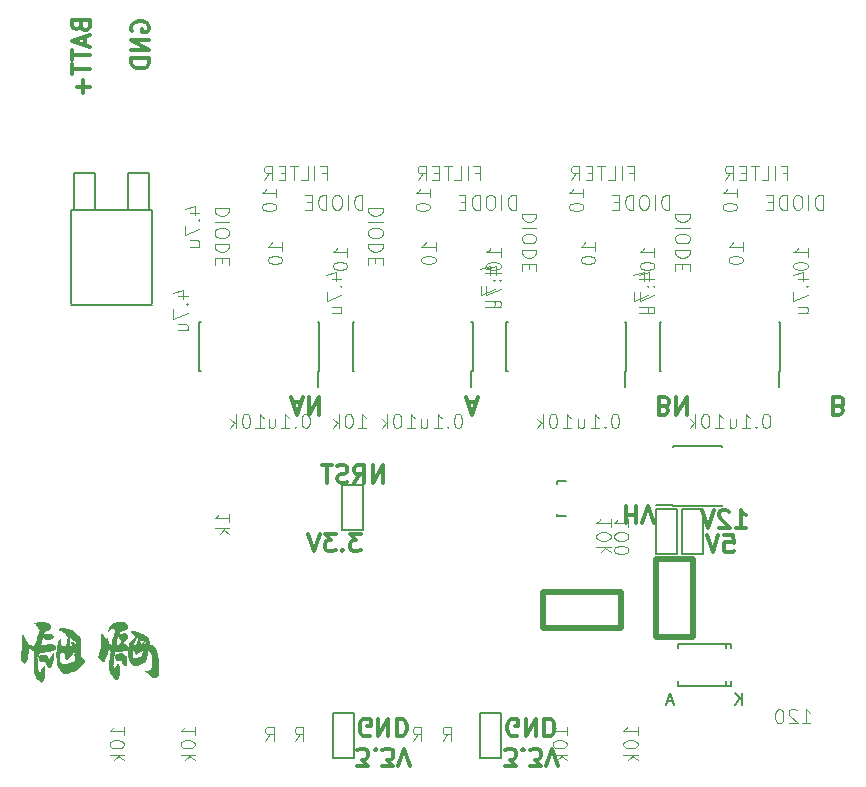
<source format=gbr>
G04 #@! TF.FileFunction,Legend,Bot*
%FSLAX46Y46*%
G04 Gerber Fmt 4.6, Leading zero omitted, Abs format (unit mm)*
G04 Created by KiCad (PCBNEW 4.0.4-stable) date 11/06/16 21:55:52*
%MOMM*%
%LPD*%
G01*
G04 APERTURE LIST*
%ADD10C,0.100000*%
%ADD11C,0.300000*%
%ADD12C,0.150000*%
%ADD13C,0.500000*%
%ADD14C,0.010000*%
%ADD15C,0.101600*%
G04 APERTURE END LIST*
D10*
D11*
X55528572Y-67521429D02*
X55528572Y-69021429D01*
X55528572Y-68307143D02*
X56385715Y-68307143D01*
X56385715Y-67521429D02*
X56385715Y-69021429D01*
X56885715Y-69021429D02*
X57385715Y-67521429D01*
X57885715Y-69021429D01*
X64828571Y-69378571D02*
X65685714Y-69378571D01*
X65257142Y-69378571D02*
X65257142Y-67878571D01*
X65399999Y-68092857D01*
X65542857Y-68235714D01*
X65685714Y-68307143D01*
X64257143Y-68021429D02*
X64185714Y-67950000D01*
X64042857Y-67878571D01*
X63685714Y-67878571D01*
X63542857Y-67950000D01*
X63471428Y-68021429D01*
X63400000Y-68164286D01*
X63400000Y-68307143D01*
X63471428Y-68521429D01*
X64328571Y-69378571D01*
X63400000Y-69378571D01*
X62971429Y-67878571D02*
X62471429Y-69378571D01*
X61971429Y-67878571D01*
X63885713Y-69978571D02*
X64599999Y-69978571D01*
X64671428Y-70692857D01*
X64599999Y-70621429D01*
X64457142Y-70550000D01*
X64099999Y-70550000D01*
X63957142Y-70621429D01*
X63885713Y-70692857D01*
X63814285Y-70835714D01*
X63814285Y-71192857D01*
X63885713Y-71335714D01*
X63957142Y-71407143D01*
X64099999Y-71478571D01*
X64457142Y-71478571D01*
X64599999Y-71407143D01*
X64671428Y-71335714D01*
X63385714Y-69978571D02*
X62885714Y-71478571D01*
X62385714Y-69978571D01*
X33114285Y-69878571D02*
X32185714Y-69878571D01*
X32685714Y-70450000D01*
X32471428Y-70450000D01*
X32328571Y-70521429D01*
X32257142Y-70592857D01*
X32185714Y-70735714D01*
X32185714Y-71092857D01*
X32257142Y-71235714D01*
X32328571Y-71307143D01*
X32471428Y-71378571D01*
X32900000Y-71378571D01*
X33042857Y-71307143D01*
X33114285Y-71235714D01*
X31542857Y-71235714D02*
X31471429Y-71307143D01*
X31542857Y-71378571D01*
X31614286Y-71307143D01*
X31542857Y-71235714D01*
X31542857Y-71378571D01*
X30971428Y-69878571D02*
X30042857Y-69878571D01*
X30542857Y-70450000D01*
X30328571Y-70450000D01*
X30185714Y-70521429D01*
X30114285Y-70592857D01*
X30042857Y-70735714D01*
X30042857Y-71092857D01*
X30114285Y-71235714D01*
X30185714Y-71307143D01*
X30328571Y-71378571D01*
X30757143Y-71378571D01*
X30900000Y-71307143D01*
X30971428Y-71235714D01*
X29614286Y-69878571D02*
X29114286Y-71378571D01*
X28614286Y-69878571D01*
X34964285Y-65578571D02*
X34964285Y-64078571D01*
X34107142Y-65578571D01*
X34107142Y-64078571D01*
X32535713Y-65578571D02*
X33035713Y-64864286D01*
X33392856Y-65578571D02*
X33392856Y-64078571D01*
X32821428Y-64078571D01*
X32678570Y-64150000D01*
X32607142Y-64221429D01*
X32535713Y-64364286D01*
X32535713Y-64578571D01*
X32607142Y-64721429D01*
X32678570Y-64792857D01*
X32821428Y-64864286D01*
X33392856Y-64864286D01*
X31964285Y-65507143D02*
X31749999Y-65578571D01*
X31392856Y-65578571D01*
X31249999Y-65507143D01*
X31178570Y-65435714D01*
X31107142Y-65292857D01*
X31107142Y-65150000D01*
X31178570Y-65007143D01*
X31249999Y-64935714D01*
X31392856Y-64864286D01*
X31678570Y-64792857D01*
X31821428Y-64721429D01*
X31892856Y-64650000D01*
X31964285Y-64507143D01*
X31964285Y-64364286D01*
X31892856Y-64221429D01*
X31821428Y-64150000D01*
X31678570Y-64078571D01*
X31321428Y-64078571D01*
X31107142Y-64150000D01*
X30678571Y-64078571D02*
X29821428Y-64078571D01*
X30249999Y-65578571D02*
X30249999Y-64078571D01*
X45285715Y-89596429D02*
X46214286Y-89596429D01*
X45714286Y-89025000D01*
X45928572Y-89025000D01*
X46071429Y-88953571D01*
X46142858Y-88882143D01*
X46214286Y-88739286D01*
X46214286Y-88382143D01*
X46142858Y-88239286D01*
X46071429Y-88167857D01*
X45928572Y-88096429D01*
X45500000Y-88096429D01*
X45357143Y-88167857D01*
X45285715Y-88239286D01*
X46857143Y-88239286D02*
X46928571Y-88167857D01*
X46857143Y-88096429D01*
X46785714Y-88167857D01*
X46857143Y-88239286D01*
X46857143Y-88096429D01*
X47428572Y-89596429D02*
X48357143Y-89596429D01*
X47857143Y-89025000D01*
X48071429Y-89025000D01*
X48214286Y-88953571D01*
X48285715Y-88882143D01*
X48357143Y-88739286D01*
X48357143Y-88382143D01*
X48285715Y-88239286D01*
X48214286Y-88167857D01*
X48071429Y-88096429D01*
X47642857Y-88096429D01*
X47500000Y-88167857D01*
X47428572Y-88239286D01*
X48785714Y-89596429D02*
X49285714Y-88096429D01*
X49785714Y-89596429D01*
X46357143Y-86975000D02*
X46214286Y-87046429D01*
X46000000Y-87046429D01*
X45785715Y-86975000D01*
X45642857Y-86832143D01*
X45571429Y-86689286D01*
X45500000Y-86403571D01*
X45500000Y-86189286D01*
X45571429Y-85903571D01*
X45642857Y-85760714D01*
X45785715Y-85617857D01*
X46000000Y-85546429D01*
X46142857Y-85546429D01*
X46357143Y-85617857D01*
X46428572Y-85689286D01*
X46428572Y-86189286D01*
X46142857Y-86189286D01*
X47071429Y-85546429D02*
X47071429Y-87046429D01*
X47928572Y-85546429D01*
X47928572Y-87046429D01*
X48642858Y-85546429D02*
X48642858Y-87046429D01*
X49000001Y-87046429D01*
X49214286Y-86975000D01*
X49357144Y-86832143D01*
X49428572Y-86689286D01*
X49500001Y-86403571D01*
X49500001Y-86189286D01*
X49428572Y-85903571D01*
X49357144Y-85760714D01*
X49214286Y-85617857D01*
X49000001Y-85546429D01*
X48642858Y-85546429D01*
X32785715Y-89596429D02*
X33714286Y-89596429D01*
X33214286Y-89025000D01*
X33428572Y-89025000D01*
X33571429Y-88953571D01*
X33642858Y-88882143D01*
X33714286Y-88739286D01*
X33714286Y-88382143D01*
X33642858Y-88239286D01*
X33571429Y-88167857D01*
X33428572Y-88096429D01*
X33000000Y-88096429D01*
X32857143Y-88167857D01*
X32785715Y-88239286D01*
X34357143Y-88239286D02*
X34428571Y-88167857D01*
X34357143Y-88096429D01*
X34285714Y-88167857D01*
X34357143Y-88239286D01*
X34357143Y-88096429D01*
X34928572Y-89596429D02*
X35857143Y-89596429D01*
X35357143Y-89025000D01*
X35571429Y-89025000D01*
X35714286Y-88953571D01*
X35785715Y-88882143D01*
X35857143Y-88739286D01*
X35857143Y-88382143D01*
X35785715Y-88239286D01*
X35714286Y-88167857D01*
X35571429Y-88096429D01*
X35142857Y-88096429D01*
X35000000Y-88167857D01*
X34928572Y-88239286D01*
X36285714Y-89596429D02*
X36785714Y-88096429D01*
X37285714Y-89596429D01*
X33857143Y-86975000D02*
X33714286Y-87046429D01*
X33500000Y-87046429D01*
X33285715Y-86975000D01*
X33142857Y-86832143D01*
X33071429Y-86689286D01*
X33000000Y-86403571D01*
X33000000Y-86189286D01*
X33071429Y-85903571D01*
X33142857Y-85760714D01*
X33285715Y-85617857D01*
X33500000Y-85546429D01*
X33642857Y-85546429D01*
X33857143Y-85617857D01*
X33928572Y-85689286D01*
X33928572Y-86189286D01*
X33642857Y-86189286D01*
X34571429Y-85546429D02*
X34571429Y-87046429D01*
X35428572Y-85546429D01*
X35428572Y-87046429D01*
X36142858Y-85546429D02*
X36142858Y-87046429D01*
X36500001Y-87046429D01*
X36714286Y-86975000D01*
X36857144Y-86832143D01*
X36928572Y-86689286D01*
X37000001Y-86403571D01*
X37000001Y-86189286D01*
X36928572Y-85903571D01*
X36857144Y-85760714D01*
X36714286Y-85617857D01*
X36500001Y-85546429D01*
X36142858Y-85546429D01*
X13750000Y-27357143D02*
X13678571Y-27214286D01*
X13678571Y-27000000D01*
X13750000Y-26785715D01*
X13892857Y-26642857D01*
X14035714Y-26571429D01*
X14321429Y-26500000D01*
X14535714Y-26500000D01*
X14821429Y-26571429D01*
X14964286Y-26642857D01*
X15107143Y-26785715D01*
X15178571Y-27000000D01*
X15178571Y-27142857D01*
X15107143Y-27357143D01*
X15035714Y-27428572D01*
X14535714Y-27428572D01*
X14535714Y-27142857D01*
X15178571Y-28071429D02*
X13678571Y-28071429D01*
X15178571Y-28928572D01*
X13678571Y-28928572D01*
X15178571Y-29642858D02*
X13678571Y-29642858D01*
X13678571Y-30000001D01*
X13750000Y-30214286D01*
X13892857Y-30357144D01*
X14035714Y-30428572D01*
X14321429Y-30500001D01*
X14535714Y-30500001D01*
X14821429Y-30428572D01*
X14964286Y-30357144D01*
X15107143Y-30214286D01*
X15178571Y-30000001D01*
X15178571Y-29642858D01*
X9392857Y-26892858D02*
X9464286Y-27107144D01*
X9535714Y-27178572D01*
X9678571Y-27250001D01*
X9892857Y-27250001D01*
X10035714Y-27178572D01*
X10107143Y-27107144D01*
X10178571Y-26964286D01*
X10178571Y-26392858D01*
X8678571Y-26392858D01*
X8678571Y-26892858D01*
X8750000Y-27035715D01*
X8821429Y-27107144D01*
X8964286Y-27178572D01*
X9107143Y-27178572D01*
X9250000Y-27107144D01*
X9321429Y-27035715D01*
X9392857Y-26892858D01*
X9392857Y-26392858D01*
X9750000Y-27821429D02*
X9750000Y-28535715D01*
X10178571Y-27678572D02*
X8678571Y-28178572D01*
X10178571Y-28678572D01*
X8678571Y-28964286D02*
X8678571Y-29821429D01*
X10178571Y-29392858D02*
X8678571Y-29392858D01*
X8678571Y-30107143D02*
X8678571Y-30964286D01*
X10178571Y-30535715D02*
X8678571Y-30535715D01*
X9607143Y-31464286D02*
X9607143Y-32607143D01*
X10178571Y-32035714D02*
X9035714Y-32035714D01*
X73607143Y-59107143D02*
X73821429Y-59035714D01*
X73892857Y-58964286D01*
X73964286Y-58821429D01*
X73964286Y-58607143D01*
X73892857Y-58464286D01*
X73821429Y-58392857D01*
X73678571Y-58321429D01*
X73107143Y-58321429D01*
X73107143Y-59821429D01*
X73607143Y-59821429D01*
X73750000Y-59750000D01*
X73821429Y-59678571D01*
X73892857Y-59535714D01*
X73892857Y-59392857D01*
X73821429Y-59250000D01*
X73750000Y-59178571D01*
X73607143Y-59107143D01*
X73107143Y-59107143D01*
X58821429Y-59107143D02*
X59035715Y-59035714D01*
X59107143Y-58964286D01*
X59178572Y-58821429D01*
X59178572Y-58607143D01*
X59107143Y-58464286D01*
X59035715Y-58392857D01*
X58892857Y-58321429D01*
X58321429Y-58321429D01*
X58321429Y-59821429D01*
X58821429Y-59821429D01*
X58964286Y-59750000D01*
X59035715Y-59678571D01*
X59107143Y-59535714D01*
X59107143Y-59392857D01*
X59035715Y-59250000D01*
X58964286Y-59178571D01*
X58821429Y-59107143D01*
X58321429Y-59107143D01*
X59821429Y-58321429D02*
X59821429Y-59821429D01*
X60678572Y-58321429D01*
X60678572Y-59821429D01*
X42142857Y-58750000D02*
X42857143Y-58750000D01*
X42000000Y-58321429D02*
X42500000Y-59821429D01*
X43000000Y-58321429D01*
X27357143Y-58750000D02*
X28071429Y-58750000D01*
X27214286Y-58321429D02*
X27714286Y-59821429D01*
X28214286Y-58321429D01*
X28714286Y-58321429D02*
X28714286Y-59821429D01*
X29571429Y-58321429D01*
X29571429Y-59821429D01*
D12*
X13397000Y-42524000D02*
X13397000Y-39349000D01*
X13397000Y-39349000D02*
X15175000Y-39349000D01*
X15175000Y-39349000D02*
X15175000Y-42524000D01*
X8825000Y-42524000D02*
X8825000Y-39349000D01*
X8825000Y-39349000D02*
X10603000Y-39349000D01*
X10603000Y-39349000D02*
X10603000Y-42524000D01*
X15429000Y-48620000D02*
X15429000Y-42524000D01*
X15429000Y-42524000D02*
X8571000Y-42524000D01*
X8571000Y-42524000D02*
X8571000Y-50398000D01*
X8571000Y-50525000D02*
X15429000Y-50525000D01*
X15429000Y-50398000D02*
X15429000Y-48620000D01*
X42575000Y-56075000D02*
X42470000Y-56075000D01*
X42575000Y-51925000D02*
X42470000Y-51925000D01*
X32425000Y-51925000D02*
X32530000Y-51925000D01*
X32425000Y-56075000D02*
X32530000Y-56075000D01*
X42575000Y-56075000D02*
X42575000Y-51925000D01*
X32425000Y-56075000D02*
X32425000Y-51925000D01*
X42470000Y-56075000D02*
X42470000Y-57450000D01*
X29575000Y-56075000D02*
X29470000Y-56075000D01*
X29575000Y-51925000D02*
X29470000Y-51925000D01*
X19425000Y-51925000D02*
X19530000Y-51925000D01*
X19425000Y-56075000D02*
X19530000Y-56075000D01*
X29575000Y-56075000D02*
X29575000Y-51925000D01*
X19425000Y-56075000D02*
X19425000Y-51925000D01*
X29470000Y-56075000D02*
X29470000Y-57450000D01*
X68575000Y-56075000D02*
X68470000Y-56075000D01*
X68575000Y-51925000D02*
X68470000Y-51925000D01*
X58425000Y-51925000D02*
X58530000Y-51925000D01*
X58425000Y-56075000D02*
X58530000Y-56075000D01*
X68575000Y-56075000D02*
X68575000Y-51925000D01*
X58425000Y-56075000D02*
X58425000Y-51925000D01*
X68470000Y-56075000D02*
X68470000Y-57450000D01*
X55575000Y-56075000D02*
X55470000Y-56075000D01*
X55575000Y-51925000D02*
X55470000Y-51925000D01*
X45425000Y-51925000D02*
X45530000Y-51925000D01*
X45425000Y-56075000D02*
X45530000Y-56075000D01*
X55575000Y-56075000D02*
X55575000Y-51925000D01*
X45425000Y-56075000D02*
X45425000Y-51925000D01*
X55470000Y-56075000D02*
X55470000Y-57450000D01*
X59525000Y-67575000D02*
X59525000Y-67430000D01*
X63675000Y-67575000D02*
X63675000Y-67430000D01*
X63675000Y-62425000D02*
X63675000Y-62570000D01*
X59525000Y-62425000D02*
X59525000Y-62570000D01*
X59525000Y-67575000D02*
X63675000Y-67575000D01*
X59525000Y-62425000D02*
X63675000Y-62425000D01*
X59525000Y-67430000D02*
X58125000Y-67430000D01*
X63999140Y-82750060D02*
X63999140Y-82399540D01*
X63999140Y-79249940D02*
X63999140Y-79600460D01*
X59949560Y-82750060D02*
X59949560Y-82399540D01*
X64450440Y-82750060D02*
X64450440Y-82399540D01*
X64450440Y-79249940D02*
X64450440Y-79600460D01*
X59949560Y-79249940D02*
X59949560Y-79600460D01*
X64450440Y-82750060D02*
X59949560Y-82750060D01*
X64450440Y-79249940D02*
X59949560Y-79249940D01*
X50450800Y-65400180D02*
X49749760Y-65400180D01*
X49749760Y-65400180D02*
X49749760Y-65649100D01*
X49749760Y-68199160D02*
X49749760Y-68399820D01*
X49749760Y-68399820D02*
X50450800Y-68399820D01*
X33289000Y-65795000D02*
X33289000Y-69605000D01*
X33289000Y-69605000D02*
X31511000Y-69605000D01*
X31511000Y-69605000D02*
X31511000Y-65795000D01*
X33289000Y-65795000D02*
X31511000Y-65795000D01*
D13*
X58100000Y-78600000D02*
X61200000Y-78600000D01*
X58100000Y-72000000D02*
X61200000Y-72000000D01*
X61200000Y-72000000D02*
X61200000Y-78600000D01*
X58100000Y-72000000D02*
X58100000Y-78600000D01*
X55100000Y-77900000D02*
X55100000Y-74800000D01*
X48500000Y-77900000D02*
X48500000Y-74800000D01*
X48500000Y-74800000D02*
X55100000Y-74800000D01*
X48500000Y-77900000D02*
X55100000Y-77900000D01*
D12*
X58111000Y-71605000D02*
X58111000Y-67795000D01*
X58111000Y-67795000D02*
X59889000Y-67795000D01*
X59889000Y-67795000D02*
X59889000Y-71605000D01*
X58111000Y-71605000D02*
X59889000Y-71605000D01*
X60311000Y-71605000D02*
X60311000Y-67795000D01*
X60311000Y-67795000D02*
X62089000Y-67795000D01*
X62089000Y-67795000D02*
X62089000Y-71605000D01*
X60311000Y-71605000D02*
X62089000Y-71605000D01*
X32489000Y-85095000D02*
X32489000Y-88905000D01*
X32489000Y-88905000D02*
X30711000Y-88905000D01*
X30711000Y-88905000D02*
X30711000Y-85095000D01*
X32489000Y-85095000D02*
X30711000Y-85095000D01*
X44989000Y-85095000D02*
X44989000Y-88905000D01*
X44989000Y-88905000D02*
X43211000Y-88905000D01*
X43211000Y-88905000D02*
X43211000Y-85095000D01*
X44989000Y-85095000D02*
X43211000Y-85095000D01*
D14*
G36*
X10915076Y-80389365D02*
X10981045Y-80508753D01*
X11069976Y-80613932D01*
X11164784Y-80686013D01*
X11248380Y-80706111D01*
X11271680Y-80697461D01*
X11326486Y-80633078D01*
X11395874Y-80508818D01*
X11470145Y-80345913D01*
X11539596Y-80165595D01*
X11593403Y-79993311D01*
X11642127Y-79822218D01*
X11682144Y-79722228D01*
X11723382Y-79681855D01*
X11775765Y-79689610D01*
X11829069Y-79720581D01*
X11880970Y-79758176D01*
X11907730Y-79799682D01*
X11912127Y-79866734D01*
X11896939Y-79980966D01*
X11877142Y-80094939D01*
X11851743Y-80269080D01*
X11826518Y-80494271D01*
X11804946Y-80736959D01*
X11794027Y-80896751D01*
X11782561Y-81110061D01*
X11779181Y-81260448D01*
X11786499Y-81369480D01*
X11807128Y-81458723D01*
X11843680Y-81549746D01*
X11883099Y-81632122D01*
X11983112Y-81803618D01*
X12109962Y-81978682D01*
X12184510Y-82064529D01*
X12290586Y-82168976D01*
X12359758Y-82217139D01*
X12408561Y-82218403D01*
X12430663Y-82204240D01*
X12509736Y-82096456D01*
X12573718Y-81930268D01*
X12620140Y-81727812D01*
X12646536Y-81511222D01*
X12650437Y-81302634D01*
X12629376Y-81124182D01*
X12580885Y-80998000D01*
X12567105Y-80980346D01*
X12520498Y-80933853D01*
X12483294Y-80927846D01*
X12436996Y-80971756D01*
X12363110Y-81075013D01*
X12353174Y-81089427D01*
X12271047Y-81200066D01*
X12202267Y-81277881D01*
X12172130Y-81300900D01*
X12117064Y-81288147D01*
X12084772Y-81203902D01*
X12075127Y-81045682D01*
X12088000Y-80811004D01*
X12123263Y-80497387D01*
X12128439Y-80458437D01*
X12212039Y-79837375D01*
X12577103Y-79811055D01*
X12779257Y-79794258D01*
X12980684Y-79773856D01*
X13142868Y-79753814D01*
X13164417Y-79750628D01*
X13386667Y-79716520D01*
X13386667Y-79999698D01*
X13408944Y-80279335D01*
X13471346Y-80535982D01*
X13567226Y-80754504D01*
X13689938Y-80919766D01*
X13832834Y-81016633D01*
X13833346Y-81016828D01*
X13962379Y-81031090D01*
X14136078Y-81004779D01*
X14330415Y-80946814D01*
X14521362Y-80866115D01*
X14684892Y-80771604D01*
X14796977Y-80672199D01*
X14809970Y-80654268D01*
X14849610Y-80565565D01*
X14896143Y-80419157D01*
X14941804Y-80240728D01*
X14959265Y-80160414D01*
X14996036Y-79989469D01*
X15028780Y-79852166D01*
X15052666Y-79768089D01*
X15060036Y-79751852D01*
X15104483Y-79759719D01*
X15185095Y-79807122D01*
X15197109Y-79815779D01*
X15317396Y-79955845D01*
X15401240Y-80171258D01*
X15448279Y-80460773D01*
X15459147Y-80713268D01*
X15447613Y-80996332D01*
X15406603Y-81206329D01*
X15331033Y-81351271D01*
X15215816Y-81439169D01*
X15055869Y-81478034D01*
X14971413Y-81481666D01*
X14824477Y-81481666D01*
X15042486Y-81711675D01*
X15214951Y-81877059D01*
X15363226Y-81977751D01*
X15504544Y-82022899D01*
X15631711Y-82024473D01*
X15756861Y-81993045D01*
X15846792Y-81920285D01*
X15906418Y-81795789D01*
X15940655Y-81609155D01*
X15954418Y-81349980D01*
X15954564Y-81341118D01*
X15953622Y-81110026D01*
X15945305Y-80865132D01*
X15931237Y-80647788D01*
X15924730Y-80581106D01*
X15860883Y-80181474D01*
X15765595Y-79857162D01*
X15637031Y-79604167D01*
X15473356Y-79418488D01*
X15353341Y-79335363D01*
X15251905Y-79270612D01*
X15197101Y-79201977D01*
X15168562Y-79096939D01*
X15158178Y-79023780D01*
X15100722Y-78822337D01*
X14978903Y-78649242D01*
X14785373Y-78496275D01*
X14593167Y-78391916D01*
X14466218Y-78339079D01*
X14308561Y-78282823D01*
X14308561Y-78771296D01*
X14507290Y-78856481D01*
X14638058Y-78906228D01*
X14747058Y-78936915D01*
X14783648Y-78941666D01*
X14858117Y-78968624D01*
X14881114Y-79034068D01*
X14859222Y-79114853D01*
X14799021Y-79187834D01*
X14707092Y-79229867D01*
X14701435Y-79230792D01*
X14637537Y-79233117D01*
X14634723Y-79197013D01*
X14659115Y-79146126D01*
X14710491Y-79047500D01*
X14606767Y-79142750D01*
X14504993Y-79220237D01*
X14439150Y-79225573D01*
X14398853Y-79157479D01*
X14388838Y-79115938D01*
X14359812Y-78981171D01*
X14336493Y-78882586D01*
X14308561Y-78771296D01*
X14308561Y-78282823D01*
X14296191Y-78278408D01*
X14132160Y-78225349D01*
X14132160Y-78666097D01*
X14211543Y-78687149D01*
X14240333Y-78762225D01*
X14226338Y-78890314D01*
X14172939Y-79053457D01*
X14121742Y-79163916D01*
X14050559Y-79253043D01*
X13943783Y-79280165D01*
X13930621Y-79280333D01*
X13855335Y-79274495D01*
X13855335Y-79703666D01*
X13923591Y-79734728D01*
X13937000Y-79791116D01*
X13959538Y-79911219D01*
X14015566Y-80004598D01*
X14087709Y-80042332D01*
X14087949Y-80042333D01*
X14152595Y-80012545D01*
X14240896Y-79937545D01*
X14277315Y-79898756D01*
X14417254Y-79780748D01*
X14552515Y-79737769D01*
X14650245Y-79732679D01*
X14682704Y-79753649D01*
X14676293Y-79786095D01*
X14649994Y-79866351D01*
X14614434Y-79988833D01*
X14601530Y-80036071D01*
X14561439Y-80151237D01*
X14501130Y-80229478D01*
X14395547Y-80298807D01*
X14341034Y-80327279D01*
X14095279Y-80416043D01*
X13917053Y-80439374D01*
X13791057Y-80439759D01*
X13726520Y-80423877D01*
X13700276Y-80378048D01*
X13690817Y-80305785D01*
X13691963Y-80183361D01*
X13709676Y-80024656D01*
X13725568Y-79935368D01*
X13760461Y-79797323D01*
X13798107Y-79726027D01*
X13848373Y-79703862D01*
X13855335Y-79703666D01*
X13855335Y-79274495D01*
X13841222Y-79273400D01*
X13814004Y-79235035D01*
X13825492Y-79149953D01*
X13878869Y-78968810D01*
X13954839Y-78819315D01*
X14042803Y-78714174D01*
X14132160Y-78666097D01*
X14132160Y-78225349D01*
X14105962Y-78216874D01*
X13918407Y-78161445D01*
X13756400Y-78119092D01*
X13642820Y-78096782D01*
X13618587Y-78095000D01*
X13622241Y-78121661D01*
X13670990Y-78186229D01*
X13674557Y-78190250D01*
X13753416Y-78279026D01*
X13856763Y-78396010D01*
X13907849Y-78454034D01*
X14056029Y-78622568D01*
X13902516Y-78708678D01*
X13716240Y-78860394D01*
X13581437Y-79078207D01*
X13509378Y-79304128D01*
X13477175Y-79429738D01*
X13447925Y-79513239D01*
X13432847Y-79534065D01*
X13397080Y-79501010D01*
X13343692Y-79420926D01*
X13338740Y-79412330D01*
X13255950Y-79318529D01*
X13133950Y-79233137D01*
X13094563Y-79213615D01*
X12919479Y-79136368D01*
X13131906Y-78921269D01*
X13271547Y-78760119D01*
X13337849Y-78628481D01*
X13332552Y-78516734D01*
X13257398Y-78415254D01*
X13227917Y-78390375D01*
X13114960Y-78330932D01*
X12974811Y-78318932D01*
X12859240Y-78340420D01*
X12859240Y-79173032D01*
X12878156Y-79215531D01*
X12878667Y-79236510D01*
X12855239Y-79303293D01*
X12772535Y-79322661D01*
X12770335Y-79322666D01*
X12697254Y-79306855D01*
X12699825Y-79265016D01*
X12776343Y-79205544D01*
X12796358Y-79194404D01*
X12859240Y-79173032D01*
X12859240Y-78340420D01*
X12788127Y-78353643D01*
X12725755Y-78371371D01*
X12642458Y-78372057D01*
X12610919Y-78321115D01*
X12634259Y-78236219D01*
X12688762Y-78161857D01*
X12784914Y-78086719D01*
X12881307Y-78052201D01*
X12887228Y-78051970D01*
X12983529Y-78031045D01*
X13108789Y-77979393D01*
X13153833Y-77955657D01*
X13288080Y-77848182D01*
X13341882Y-77726730D01*
X13313655Y-77598110D01*
X13255464Y-77519026D01*
X13146789Y-77430595D01*
X13013272Y-77379904D01*
X12838852Y-77364383D01*
X12607467Y-77381462D01*
X12542293Y-77390419D01*
X12542293Y-78395760D01*
X12572621Y-78428779D01*
X12582333Y-78517665D01*
X12621038Y-78659239D01*
X12708092Y-78782248D01*
X12784488Y-78869389D01*
X12829825Y-78927187D01*
X12835092Y-78937227D01*
X12815138Y-78979431D01*
X12762760Y-79068990D01*
X12721508Y-79135454D01*
X12647367Y-79243059D01*
X12588220Y-79292190D01*
X12519056Y-79298992D01*
X12478092Y-79292562D01*
X12384032Y-79272356D01*
X12336452Y-79257631D01*
X12336257Y-79257481D01*
X12336018Y-79212976D01*
X12349637Y-79108003D01*
X12373224Y-78964879D01*
X12402894Y-78805922D01*
X12434756Y-78653451D01*
X12459489Y-78550083D01*
X12501193Y-78437089D01*
X12542293Y-78395760D01*
X12542293Y-77390419D01*
X12493544Y-77397119D01*
X12243377Y-77443141D01*
X12061993Y-77502402D01*
X11933512Y-77587357D01*
X11842054Y-77710456D01*
X11771738Y-77884153D01*
X11741463Y-77986862D01*
X11695586Y-78153890D01*
X11824542Y-77997445D01*
X11953444Y-77878859D01*
X12075107Y-77843645D01*
X12188071Y-77892075D01*
X12220604Y-77923571D01*
X12250577Y-77961922D01*
X12266137Y-78006303D01*
X12265795Y-78072313D01*
X12248062Y-78175548D01*
X12211450Y-78331607D01*
X12163665Y-78520210D01*
X12112857Y-78726623D01*
X12071155Y-78911343D01*
X12042793Y-79054521D01*
X12032008Y-79136304D01*
X12032000Y-79137467D01*
X12007540Y-79233218D01*
X11945670Y-79271148D01*
X11863655Y-79258080D01*
X11778758Y-79200840D01*
X11708245Y-79106253D01*
X11671360Y-78994903D01*
X11644241Y-78865436D01*
X11612339Y-78759902D01*
X11608747Y-78751166D01*
X11583102Y-78703571D01*
X11571344Y-78727635D01*
X11567327Y-78793500D01*
X11562591Y-78920500D01*
X11483429Y-78772333D01*
X11399757Y-78645843D01*
X11290838Y-78516743D01*
X11263050Y-78488840D01*
X11121833Y-78353513D01*
X11116810Y-78933340D01*
X11112603Y-79184775D01*
X11103011Y-79375148D01*
X11085044Y-79528028D01*
X11055714Y-79666984D01*
X11012031Y-79815586D01*
X11000394Y-79851320D01*
X10948638Y-80018310D01*
X10909719Y-80162704D01*
X10890233Y-80259392D01*
X10889158Y-80274653D01*
X10915076Y-80389365D01*
X10915076Y-80389365D01*
G37*
X10915076Y-80389365D02*
X10981045Y-80508753D01*
X11069976Y-80613932D01*
X11164784Y-80686013D01*
X11248380Y-80706111D01*
X11271680Y-80697461D01*
X11326486Y-80633078D01*
X11395874Y-80508818D01*
X11470145Y-80345913D01*
X11539596Y-80165595D01*
X11593403Y-79993311D01*
X11642127Y-79822218D01*
X11682144Y-79722228D01*
X11723382Y-79681855D01*
X11775765Y-79689610D01*
X11829069Y-79720581D01*
X11880970Y-79758176D01*
X11907730Y-79799682D01*
X11912127Y-79866734D01*
X11896939Y-79980966D01*
X11877142Y-80094939D01*
X11851743Y-80269080D01*
X11826518Y-80494271D01*
X11804946Y-80736959D01*
X11794027Y-80896751D01*
X11782561Y-81110061D01*
X11779181Y-81260448D01*
X11786499Y-81369480D01*
X11807128Y-81458723D01*
X11843680Y-81549746D01*
X11883099Y-81632122D01*
X11983112Y-81803618D01*
X12109962Y-81978682D01*
X12184510Y-82064529D01*
X12290586Y-82168976D01*
X12359758Y-82217139D01*
X12408561Y-82218403D01*
X12430663Y-82204240D01*
X12509736Y-82096456D01*
X12573718Y-81930268D01*
X12620140Y-81727812D01*
X12646536Y-81511222D01*
X12650437Y-81302634D01*
X12629376Y-81124182D01*
X12580885Y-80998000D01*
X12567105Y-80980346D01*
X12520498Y-80933853D01*
X12483294Y-80927846D01*
X12436996Y-80971756D01*
X12363110Y-81075013D01*
X12353174Y-81089427D01*
X12271047Y-81200066D01*
X12202267Y-81277881D01*
X12172130Y-81300900D01*
X12117064Y-81288147D01*
X12084772Y-81203902D01*
X12075127Y-81045682D01*
X12088000Y-80811004D01*
X12123263Y-80497387D01*
X12128439Y-80458437D01*
X12212039Y-79837375D01*
X12577103Y-79811055D01*
X12779257Y-79794258D01*
X12980684Y-79773856D01*
X13142868Y-79753814D01*
X13164417Y-79750628D01*
X13386667Y-79716520D01*
X13386667Y-79999698D01*
X13408944Y-80279335D01*
X13471346Y-80535982D01*
X13567226Y-80754504D01*
X13689938Y-80919766D01*
X13832834Y-81016633D01*
X13833346Y-81016828D01*
X13962379Y-81031090D01*
X14136078Y-81004779D01*
X14330415Y-80946814D01*
X14521362Y-80866115D01*
X14684892Y-80771604D01*
X14796977Y-80672199D01*
X14809970Y-80654268D01*
X14849610Y-80565565D01*
X14896143Y-80419157D01*
X14941804Y-80240728D01*
X14959265Y-80160414D01*
X14996036Y-79989469D01*
X15028780Y-79852166D01*
X15052666Y-79768089D01*
X15060036Y-79751852D01*
X15104483Y-79759719D01*
X15185095Y-79807122D01*
X15197109Y-79815779D01*
X15317396Y-79955845D01*
X15401240Y-80171258D01*
X15448279Y-80460773D01*
X15459147Y-80713268D01*
X15447613Y-80996332D01*
X15406603Y-81206329D01*
X15331033Y-81351271D01*
X15215816Y-81439169D01*
X15055869Y-81478034D01*
X14971413Y-81481666D01*
X14824477Y-81481666D01*
X15042486Y-81711675D01*
X15214951Y-81877059D01*
X15363226Y-81977751D01*
X15504544Y-82022899D01*
X15631711Y-82024473D01*
X15756861Y-81993045D01*
X15846792Y-81920285D01*
X15906418Y-81795789D01*
X15940655Y-81609155D01*
X15954418Y-81349980D01*
X15954564Y-81341118D01*
X15953622Y-81110026D01*
X15945305Y-80865132D01*
X15931237Y-80647788D01*
X15924730Y-80581106D01*
X15860883Y-80181474D01*
X15765595Y-79857162D01*
X15637031Y-79604167D01*
X15473356Y-79418488D01*
X15353341Y-79335363D01*
X15251905Y-79270612D01*
X15197101Y-79201977D01*
X15168562Y-79096939D01*
X15158178Y-79023780D01*
X15100722Y-78822337D01*
X14978903Y-78649242D01*
X14785373Y-78496275D01*
X14593167Y-78391916D01*
X14466218Y-78339079D01*
X14308561Y-78282823D01*
X14308561Y-78771296D01*
X14507290Y-78856481D01*
X14638058Y-78906228D01*
X14747058Y-78936915D01*
X14783648Y-78941666D01*
X14858117Y-78968624D01*
X14881114Y-79034068D01*
X14859222Y-79114853D01*
X14799021Y-79187834D01*
X14707092Y-79229867D01*
X14701435Y-79230792D01*
X14637537Y-79233117D01*
X14634723Y-79197013D01*
X14659115Y-79146126D01*
X14710491Y-79047500D01*
X14606767Y-79142750D01*
X14504993Y-79220237D01*
X14439150Y-79225573D01*
X14398853Y-79157479D01*
X14388838Y-79115938D01*
X14359812Y-78981171D01*
X14336493Y-78882586D01*
X14308561Y-78771296D01*
X14308561Y-78282823D01*
X14296191Y-78278408D01*
X14132160Y-78225349D01*
X14132160Y-78666097D01*
X14211543Y-78687149D01*
X14240333Y-78762225D01*
X14226338Y-78890314D01*
X14172939Y-79053457D01*
X14121742Y-79163916D01*
X14050559Y-79253043D01*
X13943783Y-79280165D01*
X13930621Y-79280333D01*
X13855335Y-79274495D01*
X13855335Y-79703666D01*
X13923591Y-79734728D01*
X13937000Y-79791116D01*
X13959538Y-79911219D01*
X14015566Y-80004598D01*
X14087709Y-80042332D01*
X14087949Y-80042333D01*
X14152595Y-80012545D01*
X14240896Y-79937545D01*
X14277315Y-79898756D01*
X14417254Y-79780748D01*
X14552515Y-79737769D01*
X14650245Y-79732679D01*
X14682704Y-79753649D01*
X14676293Y-79786095D01*
X14649994Y-79866351D01*
X14614434Y-79988833D01*
X14601530Y-80036071D01*
X14561439Y-80151237D01*
X14501130Y-80229478D01*
X14395547Y-80298807D01*
X14341034Y-80327279D01*
X14095279Y-80416043D01*
X13917053Y-80439374D01*
X13791057Y-80439759D01*
X13726520Y-80423877D01*
X13700276Y-80378048D01*
X13690817Y-80305785D01*
X13691963Y-80183361D01*
X13709676Y-80024656D01*
X13725568Y-79935368D01*
X13760461Y-79797323D01*
X13798107Y-79726027D01*
X13848373Y-79703862D01*
X13855335Y-79703666D01*
X13855335Y-79274495D01*
X13841222Y-79273400D01*
X13814004Y-79235035D01*
X13825492Y-79149953D01*
X13878869Y-78968810D01*
X13954839Y-78819315D01*
X14042803Y-78714174D01*
X14132160Y-78666097D01*
X14132160Y-78225349D01*
X14105962Y-78216874D01*
X13918407Y-78161445D01*
X13756400Y-78119092D01*
X13642820Y-78096782D01*
X13618587Y-78095000D01*
X13622241Y-78121661D01*
X13670990Y-78186229D01*
X13674557Y-78190250D01*
X13753416Y-78279026D01*
X13856763Y-78396010D01*
X13907849Y-78454034D01*
X14056029Y-78622568D01*
X13902516Y-78708678D01*
X13716240Y-78860394D01*
X13581437Y-79078207D01*
X13509378Y-79304128D01*
X13477175Y-79429738D01*
X13447925Y-79513239D01*
X13432847Y-79534065D01*
X13397080Y-79501010D01*
X13343692Y-79420926D01*
X13338740Y-79412330D01*
X13255950Y-79318529D01*
X13133950Y-79233137D01*
X13094563Y-79213615D01*
X12919479Y-79136368D01*
X13131906Y-78921269D01*
X13271547Y-78760119D01*
X13337849Y-78628481D01*
X13332552Y-78516734D01*
X13257398Y-78415254D01*
X13227917Y-78390375D01*
X13114960Y-78330932D01*
X12974811Y-78318932D01*
X12859240Y-78340420D01*
X12859240Y-79173032D01*
X12878156Y-79215531D01*
X12878667Y-79236510D01*
X12855239Y-79303293D01*
X12772535Y-79322661D01*
X12770335Y-79322666D01*
X12697254Y-79306855D01*
X12699825Y-79265016D01*
X12776343Y-79205544D01*
X12796358Y-79194404D01*
X12859240Y-79173032D01*
X12859240Y-78340420D01*
X12788127Y-78353643D01*
X12725755Y-78371371D01*
X12642458Y-78372057D01*
X12610919Y-78321115D01*
X12634259Y-78236219D01*
X12688762Y-78161857D01*
X12784914Y-78086719D01*
X12881307Y-78052201D01*
X12887228Y-78051970D01*
X12983529Y-78031045D01*
X13108789Y-77979393D01*
X13153833Y-77955657D01*
X13288080Y-77848182D01*
X13341882Y-77726730D01*
X13313655Y-77598110D01*
X13255464Y-77519026D01*
X13146789Y-77430595D01*
X13013272Y-77379904D01*
X12838852Y-77364383D01*
X12607467Y-77381462D01*
X12542293Y-77390419D01*
X12542293Y-78395760D01*
X12572621Y-78428779D01*
X12582333Y-78517665D01*
X12621038Y-78659239D01*
X12708092Y-78782248D01*
X12784488Y-78869389D01*
X12829825Y-78927187D01*
X12835092Y-78937227D01*
X12815138Y-78979431D01*
X12762760Y-79068990D01*
X12721508Y-79135454D01*
X12647367Y-79243059D01*
X12588220Y-79292190D01*
X12519056Y-79298992D01*
X12478092Y-79292562D01*
X12384032Y-79272356D01*
X12336452Y-79257631D01*
X12336257Y-79257481D01*
X12336018Y-79212976D01*
X12349637Y-79108003D01*
X12373224Y-78964879D01*
X12402894Y-78805922D01*
X12434756Y-78653451D01*
X12459489Y-78550083D01*
X12501193Y-78437089D01*
X12542293Y-78395760D01*
X12542293Y-77390419D01*
X12493544Y-77397119D01*
X12243377Y-77443141D01*
X12061993Y-77502402D01*
X11933512Y-77587357D01*
X11842054Y-77710456D01*
X11771738Y-77884153D01*
X11741463Y-77986862D01*
X11695586Y-78153890D01*
X11824542Y-77997445D01*
X11953444Y-77878859D01*
X12075107Y-77843645D01*
X12188071Y-77892075D01*
X12220604Y-77923571D01*
X12250577Y-77961922D01*
X12266137Y-78006303D01*
X12265795Y-78072313D01*
X12248062Y-78175548D01*
X12211450Y-78331607D01*
X12163665Y-78520210D01*
X12112857Y-78726623D01*
X12071155Y-78911343D01*
X12042793Y-79054521D01*
X12032008Y-79136304D01*
X12032000Y-79137467D01*
X12007540Y-79233218D01*
X11945670Y-79271148D01*
X11863655Y-79258080D01*
X11778758Y-79200840D01*
X11708245Y-79106253D01*
X11671360Y-78994903D01*
X11644241Y-78865436D01*
X11612339Y-78759902D01*
X11608747Y-78751166D01*
X11583102Y-78703571D01*
X11571344Y-78727635D01*
X11567327Y-78793500D01*
X11562591Y-78920500D01*
X11483429Y-78772333D01*
X11399757Y-78645843D01*
X11290838Y-78516743D01*
X11263050Y-78488840D01*
X11121833Y-78353513D01*
X11116810Y-78933340D01*
X11112603Y-79184775D01*
X11103011Y-79375148D01*
X11085044Y-79528028D01*
X11055714Y-79666984D01*
X11012031Y-79815586D01*
X11000394Y-79851320D01*
X10948638Y-80018310D01*
X10909719Y-80162704D01*
X10890233Y-80259392D01*
X10889158Y-80274653D01*
X10915076Y-80389365D01*
G36*
X12311347Y-80292875D02*
X12329283Y-80437087D01*
X12383010Y-80531401D01*
X12412297Y-80558276D01*
X12479032Y-80606026D01*
X12534167Y-80611921D01*
X12613236Y-80574912D01*
X12653953Y-80551151D01*
X12761614Y-80489964D01*
X12815542Y-80471471D01*
X12834260Y-80494233D01*
X12836333Y-80536967D01*
X12861369Y-80647611D01*
X12923825Y-80785225D01*
X13004722Y-80915130D01*
X13085082Y-81002649D01*
X13094841Y-81009318D01*
X13168941Y-81044438D01*
X13211616Y-81024609D01*
X13222358Y-81009318D01*
X13238724Y-80941207D01*
X13249180Y-80815398D01*
X13253441Y-80658671D01*
X13251225Y-80497808D01*
X13242246Y-80359591D01*
X13230052Y-80283501D01*
X13204227Y-80232268D01*
X13154930Y-80253075D01*
X13143412Y-80262335D01*
X13082631Y-80291169D01*
X13062114Y-80275166D01*
X13031959Y-80213486D01*
X12976163Y-80115747D01*
X12963787Y-80095250D01*
X12871423Y-79990678D01*
X12760327Y-79960665D01*
X12619177Y-80003763D01*
X12549922Y-80042271D01*
X12447012Y-80094730D01*
X12369188Y-80116784D01*
X12359422Y-80116196D01*
X12324118Y-80144069D01*
X12311126Y-80248901D01*
X12311347Y-80292875D01*
X12311347Y-80292875D01*
G37*
X12311347Y-80292875D02*
X12329283Y-80437087D01*
X12383010Y-80531401D01*
X12412297Y-80558276D01*
X12479032Y-80606026D01*
X12534167Y-80611921D01*
X12613236Y-80574912D01*
X12653953Y-80551151D01*
X12761614Y-80489964D01*
X12815542Y-80471471D01*
X12834260Y-80494233D01*
X12836333Y-80536967D01*
X12861369Y-80647611D01*
X12923825Y-80785225D01*
X13004722Y-80915130D01*
X13085082Y-81002649D01*
X13094841Y-81009318D01*
X13168941Y-81044438D01*
X13211616Y-81024609D01*
X13222358Y-81009318D01*
X13238724Y-80941207D01*
X13249180Y-80815398D01*
X13253441Y-80658671D01*
X13251225Y-80497808D01*
X13242246Y-80359591D01*
X13230052Y-80283501D01*
X13204227Y-80232268D01*
X13154930Y-80253075D01*
X13143412Y-80262335D01*
X13082631Y-80291169D01*
X13062114Y-80275166D01*
X13031959Y-80213486D01*
X12976163Y-80115747D01*
X12963787Y-80095250D01*
X12871423Y-79990678D01*
X12760327Y-79960665D01*
X12619177Y-80003763D01*
X12549922Y-80042271D01*
X12447012Y-80094730D01*
X12369188Y-80116784D01*
X12359422Y-80116196D01*
X12324118Y-80144069D01*
X12311126Y-80248901D01*
X12311347Y-80292875D01*
G36*
X7345540Y-80578218D02*
X7408425Y-80956474D01*
X7523903Y-81270371D01*
X7692107Y-81520679D01*
X7708074Y-81538226D01*
X7802684Y-81632836D01*
X7885584Y-81687246D01*
X7978714Y-81704672D01*
X8104011Y-81688331D01*
X8283414Y-81641440D01*
X8326797Y-81628946D01*
X8742645Y-81485233D01*
X9081687Y-81317745D01*
X9342332Y-81127505D01*
X9522989Y-80915537D01*
X9571251Y-80827565D01*
X9623344Y-80710653D01*
X9655874Y-80625931D01*
X9661333Y-80603088D01*
X9633634Y-80557578D01*
X9562040Y-80474060D01*
X9489296Y-80398217D01*
X9317259Y-80226180D01*
X9326875Y-79806173D01*
X9333923Y-79479702D01*
X9337377Y-79226014D01*
X9335904Y-79033254D01*
X9328168Y-78889569D01*
X9312835Y-78783104D01*
X9288571Y-78702005D01*
X9254041Y-78634419D01*
X9207909Y-78568491D01*
X9184040Y-78537529D01*
X8929992Y-78267727D01*
X8643534Y-78063796D01*
X8518333Y-78001291D01*
X8418298Y-77968851D01*
X8418298Y-78639675D01*
X8475403Y-78661517D01*
X8583606Y-78722029D01*
X8682250Y-78780866D01*
X8830451Y-78872259D01*
X8920000Y-78938011D01*
X8965615Y-78994732D01*
X8982016Y-79059030D01*
X8984000Y-79121363D01*
X8977465Y-79223547D01*
X8961259Y-79277716D01*
X8956246Y-79280333D01*
X8907507Y-79257166D01*
X8821476Y-79199730D01*
X8797496Y-79182083D01*
X8674389Y-79091779D01*
X8607161Y-79051761D01*
X8584881Y-79060309D01*
X8596617Y-79115702D01*
X8609023Y-79152413D01*
X8635615Y-79291572D01*
X8603315Y-79378720D01*
X8519662Y-79407333D01*
X8475108Y-79399873D01*
X8459362Y-79379026D01*
X8459362Y-79873000D01*
X8512929Y-79895716D01*
X8499818Y-79952328D01*
X8453810Y-80000849D01*
X8392019Y-80035634D01*
X8368147Y-80033258D01*
X8360702Y-79977152D01*
X8396786Y-79910194D01*
X8453033Y-79873437D01*
X8459362Y-79873000D01*
X8459362Y-79379026D01*
X8449213Y-79365589D01*
X8436941Y-79286623D01*
X8433254Y-79145117D01*
X8433088Y-79100416D01*
X8429273Y-78933418D01*
X8419814Y-78788753D01*
X8406744Y-78697322D01*
X8406506Y-78696419D01*
X8399572Y-78652607D01*
X8418298Y-78639675D01*
X8418298Y-77968851D01*
X8366798Y-77952149D01*
X8178644Y-77915519D01*
X7979540Y-77893616D01*
X7795156Y-77888653D01*
X7651163Y-77902844D01*
X7594552Y-77921624D01*
X7516071Y-77980680D01*
X7513413Y-78022614D01*
X7583336Y-78033181D01*
X7618750Y-78027957D01*
X7680862Y-78024965D01*
X7745231Y-78048431D01*
X7827110Y-78108556D01*
X7941751Y-78215541D01*
X8027562Y-78301359D01*
X8319958Y-78597352D01*
X8108858Y-79386166D01*
X7734216Y-79386166D01*
X7734216Y-79876691D01*
X7811507Y-79881259D01*
X7989167Y-79894166D01*
X8015369Y-80108834D01*
X8047525Y-80282429D01*
X8093547Y-80417345D01*
X8146224Y-80495611D01*
X8175539Y-80508000D01*
X8217393Y-80479133D01*
X8303590Y-80400945D01*
X8420750Y-80286051D01*
X8530341Y-80173504D01*
X8670311Y-80028236D01*
X8763276Y-79937510D01*
X8820199Y-79894157D01*
X8852043Y-79891005D01*
X8869768Y-79920887D01*
X8876968Y-79946794D01*
X8882264Y-80043390D01*
X8860350Y-80098249D01*
X8841619Y-80163910D01*
X8854261Y-80187376D01*
X8882669Y-80243802D01*
X8907576Y-80348472D01*
X8933022Y-80518789D01*
X8935324Y-80536726D01*
X8913415Y-80604652D01*
X8878195Y-80650090D01*
X8775997Y-80718259D01*
X8615429Y-80788128D01*
X8422158Y-80851111D01*
X8221854Y-80898623D01*
X8071572Y-80919912D01*
X7921280Y-80928271D01*
X7823656Y-80917176D01*
X7747651Y-80879813D01*
X7693735Y-80837014D01*
X7621076Y-80761204D01*
X7580144Y-80672477D01*
X7558812Y-80540023D01*
X7554057Y-80482170D01*
X7552535Y-80306705D01*
X7568492Y-80132487D01*
X7584901Y-80050127D01*
X7618993Y-79938211D01*
X7659449Y-79887340D01*
X7734216Y-79876691D01*
X7734216Y-79386166D01*
X7692833Y-79386166D01*
X7667463Y-79120907D01*
X7650775Y-78979130D01*
X7632589Y-78874157D01*
X7618681Y-78832236D01*
X7589093Y-78848505D01*
X7548716Y-78930860D01*
X7502745Y-79062246D01*
X7456376Y-79225604D01*
X7414805Y-79403877D01*
X7383228Y-79580010D01*
X7377019Y-79625556D01*
X7335116Y-80134835D01*
X7345540Y-80578218D01*
X7345540Y-80578218D01*
G37*
X7345540Y-80578218D02*
X7408425Y-80956474D01*
X7523903Y-81270371D01*
X7692107Y-81520679D01*
X7708074Y-81538226D01*
X7802684Y-81632836D01*
X7885584Y-81687246D01*
X7978714Y-81704672D01*
X8104011Y-81688331D01*
X8283414Y-81641440D01*
X8326797Y-81628946D01*
X8742645Y-81485233D01*
X9081687Y-81317745D01*
X9342332Y-81127505D01*
X9522989Y-80915537D01*
X9571251Y-80827565D01*
X9623344Y-80710653D01*
X9655874Y-80625931D01*
X9661333Y-80603088D01*
X9633634Y-80557578D01*
X9562040Y-80474060D01*
X9489296Y-80398217D01*
X9317259Y-80226180D01*
X9326875Y-79806173D01*
X9333923Y-79479702D01*
X9337377Y-79226014D01*
X9335904Y-79033254D01*
X9328168Y-78889569D01*
X9312835Y-78783104D01*
X9288571Y-78702005D01*
X9254041Y-78634419D01*
X9207909Y-78568491D01*
X9184040Y-78537529D01*
X8929992Y-78267727D01*
X8643534Y-78063796D01*
X8518333Y-78001291D01*
X8418298Y-77968851D01*
X8418298Y-78639675D01*
X8475403Y-78661517D01*
X8583606Y-78722029D01*
X8682250Y-78780866D01*
X8830451Y-78872259D01*
X8920000Y-78938011D01*
X8965615Y-78994732D01*
X8982016Y-79059030D01*
X8984000Y-79121363D01*
X8977465Y-79223547D01*
X8961259Y-79277716D01*
X8956246Y-79280333D01*
X8907507Y-79257166D01*
X8821476Y-79199730D01*
X8797496Y-79182083D01*
X8674389Y-79091779D01*
X8607161Y-79051761D01*
X8584881Y-79060309D01*
X8596617Y-79115702D01*
X8609023Y-79152413D01*
X8635615Y-79291572D01*
X8603315Y-79378720D01*
X8519662Y-79407333D01*
X8475108Y-79399873D01*
X8459362Y-79379026D01*
X8459362Y-79873000D01*
X8512929Y-79895716D01*
X8499818Y-79952328D01*
X8453810Y-80000849D01*
X8392019Y-80035634D01*
X8368147Y-80033258D01*
X8360702Y-79977152D01*
X8396786Y-79910194D01*
X8453033Y-79873437D01*
X8459362Y-79873000D01*
X8459362Y-79379026D01*
X8449213Y-79365589D01*
X8436941Y-79286623D01*
X8433254Y-79145117D01*
X8433088Y-79100416D01*
X8429273Y-78933418D01*
X8419814Y-78788753D01*
X8406744Y-78697322D01*
X8406506Y-78696419D01*
X8399572Y-78652607D01*
X8418298Y-78639675D01*
X8418298Y-77968851D01*
X8366798Y-77952149D01*
X8178644Y-77915519D01*
X7979540Y-77893616D01*
X7795156Y-77888653D01*
X7651163Y-77902844D01*
X7594552Y-77921624D01*
X7516071Y-77980680D01*
X7513413Y-78022614D01*
X7583336Y-78033181D01*
X7618750Y-78027957D01*
X7680862Y-78024965D01*
X7745231Y-78048431D01*
X7827110Y-78108556D01*
X7941751Y-78215541D01*
X8027562Y-78301359D01*
X8319958Y-78597352D01*
X8108858Y-79386166D01*
X7734216Y-79386166D01*
X7734216Y-79876691D01*
X7811507Y-79881259D01*
X7989167Y-79894166D01*
X8015369Y-80108834D01*
X8047525Y-80282429D01*
X8093547Y-80417345D01*
X8146224Y-80495611D01*
X8175539Y-80508000D01*
X8217393Y-80479133D01*
X8303590Y-80400945D01*
X8420750Y-80286051D01*
X8530341Y-80173504D01*
X8670311Y-80028236D01*
X8763276Y-79937510D01*
X8820199Y-79894157D01*
X8852043Y-79891005D01*
X8869768Y-79920887D01*
X8876968Y-79946794D01*
X8882264Y-80043390D01*
X8860350Y-80098249D01*
X8841619Y-80163910D01*
X8854261Y-80187376D01*
X8882669Y-80243802D01*
X8907576Y-80348472D01*
X8933022Y-80518789D01*
X8935324Y-80536726D01*
X8913415Y-80604652D01*
X8878195Y-80650090D01*
X8775997Y-80718259D01*
X8615429Y-80788128D01*
X8422158Y-80851111D01*
X8221854Y-80898623D01*
X8071572Y-80919912D01*
X7921280Y-80928271D01*
X7823656Y-80917176D01*
X7747651Y-80879813D01*
X7693735Y-80837014D01*
X7621076Y-80761204D01*
X7580144Y-80672477D01*
X7558812Y-80540023D01*
X7554057Y-80482170D01*
X7552535Y-80306705D01*
X7568492Y-80132487D01*
X7584901Y-80050127D01*
X7618993Y-79938211D01*
X7659449Y-79887340D01*
X7734216Y-79876691D01*
X7734216Y-79386166D01*
X7692833Y-79386166D01*
X7667463Y-79120907D01*
X7650775Y-78979130D01*
X7632589Y-78874157D01*
X7618681Y-78832236D01*
X7589093Y-78848505D01*
X7548716Y-78930860D01*
X7502745Y-79062246D01*
X7456376Y-79225604D01*
X7414805Y-79403877D01*
X7383228Y-79580010D01*
X7377019Y-79625556D01*
X7335116Y-80134835D01*
X7345540Y-80578218D01*
G36*
X4310300Y-80375889D02*
X4373441Y-80548484D01*
X4492350Y-80717716D01*
X4614411Y-80863932D01*
X4701169Y-80721269D01*
X4774603Y-80568037D01*
X4830425Y-80372713D01*
X4871820Y-80120911D01*
X4900204Y-79822896D01*
X4927132Y-79455293D01*
X5174700Y-79647547D01*
X5422269Y-79839801D01*
X5435718Y-80777150D01*
X5441290Y-81108609D01*
X5449414Y-81368585D01*
X5463196Y-81570259D01*
X5485742Y-81726813D01*
X5520158Y-81851428D01*
X5569548Y-81957287D01*
X5637020Y-82057570D01*
X5725679Y-82165460D01*
X5776545Y-82223675D01*
X5906677Y-82352528D01*
X6008823Y-82404268D01*
X6091891Y-82377990D01*
X6164787Y-82272786D01*
X6204069Y-82180166D01*
X6241512Y-82045673D01*
X6273904Y-81866128D01*
X6298938Y-81665775D01*
X6314305Y-81468859D01*
X6317699Y-81299625D01*
X6306811Y-81182317D01*
X6300952Y-81162240D01*
X6275207Y-81120537D01*
X6238199Y-81140269D01*
X6196551Y-81190944D01*
X6128188Y-81290621D01*
X6048003Y-81421788D01*
X6020001Y-81471083D01*
X5952593Y-81576125D01*
X5893156Y-81640941D01*
X5871500Y-81651000D01*
X5814535Y-81610612D01*
X5755429Y-81496623D01*
X5699214Y-81319795D01*
X5680644Y-81242784D01*
X5665407Y-81101317D01*
X5667244Y-80911328D01*
X5683389Y-80693826D01*
X5711075Y-80469822D01*
X5747535Y-80260326D01*
X5790002Y-80086350D01*
X5835711Y-79968902D01*
X5851459Y-79945627D01*
X5901899Y-79926918D01*
X6019209Y-79899857D01*
X6186424Y-79867931D01*
X6386578Y-79834626D01*
X6407211Y-79831436D01*
X6678581Y-79787637D01*
X6878237Y-79749229D01*
X7018623Y-79712307D01*
X7112180Y-79672965D01*
X7171349Y-79627296D01*
X7203426Y-79581476D01*
X7240241Y-79504333D01*
X7235841Y-79451925D01*
X7184381Y-79381807D01*
X7174250Y-79369565D01*
X7064723Y-79292681D01*
X6905714Y-79245036D01*
X6729094Y-79232408D01*
X6568900Y-79259824D01*
X6437605Y-79295450D01*
X6273620Y-79327944D01*
X6200583Y-79338899D01*
X6071749Y-79353359D01*
X6005721Y-79348607D01*
X5981570Y-79317935D01*
X5978333Y-79267685D01*
X5986972Y-79157386D01*
X6009161Y-79012417D01*
X6039307Y-78860013D01*
X6071820Y-78727408D01*
X6101106Y-78641838D01*
X6109700Y-78627883D01*
X6163045Y-78626669D01*
X6260104Y-78672159D01*
X6315087Y-78707507D01*
X6438985Y-78781846D01*
X6548018Y-78809602D01*
X6681262Y-78803706D01*
X6854137Y-78761066D01*
X6967325Y-78689947D01*
X7057833Y-78598229D01*
X6915071Y-78469584D01*
X6816907Y-78390545D01*
X6732092Y-78359323D01*
X6618574Y-78363452D01*
X6576405Y-78369174D01*
X6435294Y-78391435D01*
X6315220Y-78413565D01*
X6285250Y-78420127D01*
X6215965Y-78416677D01*
X6198816Y-78369580D01*
X6225061Y-78294026D01*
X6285955Y-78205207D01*
X6372754Y-78118315D01*
X6476716Y-78048540D01*
X6507317Y-78034304D01*
X6682599Y-77935544D01*
X6788293Y-77820362D01*
X6821012Y-77698491D01*
X6777366Y-77579666D01*
X6693591Y-77499194D01*
X6630987Y-77460099D01*
X6561165Y-77433369D01*
X6466828Y-77416498D01*
X6330683Y-77406981D01*
X6135435Y-77402311D01*
X6016265Y-77401061D01*
X5812442Y-77401895D01*
X5643204Y-77407420D01*
X5524329Y-77416759D01*
X5471594Y-77429035D01*
X5470341Y-77431392D01*
X5497678Y-77476412D01*
X5570227Y-77564722D01*
X5673779Y-77679298D01*
X5703167Y-77710386D01*
X5812313Y-77828947D01*
X5894042Y-77925597D01*
X5934144Y-77983289D01*
X5936000Y-77989672D01*
X5921319Y-78044558D01*
X5882971Y-78153404D01*
X5833370Y-78282178D01*
X5775258Y-78443641D01*
X5709279Y-78651080D01*
X5646827Y-78868025D01*
X5627341Y-78941666D01*
X5523941Y-79343833D01*
X5380720Y-79356151D01*
X5239452Y-79355253D01*
X5085865Y-79336633D01*
X5071272Y-79333734D01*
X4995886Y-79314313D01*
X4937363Y-79283073D01*
X4883536Y-79225463D01*
X4822240Y-79126932D01*
X4741310Y-78972931D01*
X4698182Y-78887500D01*
X4611497Y-78720754D01*
X4536235Y-78586455D01*
X4481446Y-78500120D01*
X4458161Y-78476000D01*
X4446423Y-78515778D01*
X4437113Y-78624927D01*
X4430996Y-78788166D01*
X4428833Y-78990215D01*
X4429084Y-79058083D01*
X4427542Y-79339618D01*
X4417097Y-79559601D01*
X4395755Y-79740866D01*
X4361518Y-79906245D01*
X4351600Y-79944472D01*
X4304501Y-80182689D01*
X4310300Y-80375889D01*
X4310300Y-80375889D01*
G37*
X4310300Y-80375889D02*
X4373441Y-80548484D01*
X4492350Y-80717716D01*
X4614411Y-80863932D01*
X4701169Y-80721269D01*
X4774603Y-80568037D01*
X4830425Y-80372713D01*
X4871820Y-80120911D01*
X4900204Y-79822896D01*
X4927132Y-79455293D01*
X5174700Y-79647547D01*
X5422269Y-79839801D01*
X5435718Y-80777150D01*
X5441290Y-81108609D01*
X5449414Y-81368585D01*
X5463196Y-81570259D01*
X5485742Y-81726813D01*
X5520158Y-81851428D01*
X5569548Y-81957287D01*
X5637020Y-82057570D01*
X5725679Y-82165460D01*
X5776545Y-82223675D01*
X5906677Y-82352528D01*
X6008823Y-82404268D01*
X6091891Y-82377990D01*
X6164787Y-82272786D01*
X6204069Y-82180166D01*
X6241512Y-82045673D01*
X6273904Y-81866128D01*
X6298938Y-81665775D01*
X6314305Y-81468859D01*
X6317699Y-81299625D01*
X6306811Y-81182317D01*
X6300952Y-81162240D01*
X6275207Y-81120537D01*
X6238199Y-81140269D01*
X6196551Y-81190944D01*
X6128188Y-81290621D01*
X6048003Y-81421788D01*
X6020001Y-81471083D01*
X5952593Y-81576125D01*
X5893156Y-81640941D01*
X5871500Y-81651000D01*
X5814535Y-81610612D01*
X5755429Y-81496623D01*
X5699214Y-81319795D01*
X5680644Y-81242784D01*
X5665407Y-81101317D01*
X5667244Y-80911328D01*
X5683389Y-80693826D01*
X5711075Y-80469822D01*
X5747535Y-80260326D01*
X5790002Y-80086350D01*
X5835711Y-79968902D01*
X5851459Y-79945627D01*
X5901899Y-79926918D01*
X6019209Y-79899857D01*
X6186424Y-79867931D01*
X6386578Y-79834626D01*
X6407211Y-79831436D01*
X6678581Y-79787637D01*
X6878237Y-79749229D01*
X7018623Y-79712307D01*
X7112180Y-79672965D01*
X7171349Y-79627296D01*
X7203426Y-79581476D01*
X7240241Y-79504333D01*
X7235841Y-79451925D01*
X7184381Y-79381807D01*
X7174250Y-79369565D01*
X7064723Y-79292681D01*
X6905714Y-79245036D01*
X6729094Y-79232408D01*
X6568900Y-79259824D01*
X6437605Y-79295450D01*
X6273620Y-79327944D01*
X6200583Y-79338899D01*
X6071749Y-79353359D01*
X6005721Y-79348607D01*
X5981570Y-79317935D01*
X5978333Y-79267685D01*
X5986972Y-79157386D01*
X6009161Y-79012417D01*
X6039307Y-78860013D01*
X6071820Y-78727408D01*
X6101106Y-78641838D01*
X6109700Y-78627883D01*
X6163045Y-78626669D01*
X6260104Y-78672159D01*
X6315087Y-78707507D01*
X6438985Y-78781846D01*
X6548018Y-78809602D01*
X6681262Y-78803706D01*
X6854137Y-78761066D01*
X6967325Y-78689947D01*
X7057833Y-78598229D01*
X6915071Y-78469584D01*
X6816907Y-78390545D01*
X6732092Y-78359323D01*
X6618574Y-78363452D01*
X6576405Y-78369174D01*
X6435294Y-78391435D01*
X6315220Y-78413565D01*
X6285250Y-78420127D01*
X6215965Y-78416677D01*
X6198816Y-78369580D01*
X6225061Y-78294026D01*
X6285955Y-78205207D01*
X6372754Y-78118315D01*
X6476716Y-78048540D01*
X6507317Y-78034304D01*
X6682599Y-77935544D01*
X6788293Y-77820362D01*
X6821012Y-77698491D01*
X6777366Y-77579666D01*
X6693591Y-77499194D01*
X6630987Y-77460099D01*
X6561165Y-77433369D01*
X6466828Y-77416498D01*
X6330683Y-77406981D01*
X6135435Y-77402311D01*
X6016265Y-77401061D01*
X5812442Y-77401895D01*
X5643204Y-77407420D01*
X5524329Y-77416759D01*
X5471594Y-77429035D01*
X5470341Y-77431392D01*
X5497678Y-77476412D01*
X5570227Y-77564722D01*
X5673779Y-77679298D01*
X5703167Y-77710386D01*
X5812313Y-77828947D01*
X5894042Y-77925597D01*
X5934144Y-77983289D01*
X5936000Y-77989672D01*
X5921319Y-78044558D01*
X5882971Y-78153404D01*
X5833370Y-78282178D01*
X5775258Y-78443641D01*
X5709279Y-78651080D01*
X5646827Y-78868025D01*
X5627341Y-78941666D01*
X5523941Y-79343833D01*
X5380720Y-79356151D01*
X5239452Y-79355253D01*
X5085865Y-79336633D01*
X5071272Y-79333734D01*
X4995886Y-79314313D01*
X4937363Y-79283073D01*
X4883536Y-79225463D01*
X4822240Y-79126932D01*
X4741310Y-78972931D01*
X4698182Y-78887500D01*
X4611497Y-78720754D01*
X4536235Y-78586455D01*
X4481446Y-78500120D01*
X4458161Y-78476000D01*
X4446423Y-78515778D01*
X4437113Y-78624927D01*
X4430996Y-78788166D01*
X4428833Y-78990215D01*
X4429084Y-79058083D01*
X4427542Y-79339618D01*
X4417097Y-79559601D01*
X4395755Y-79740866D01*
X4361518Y-79906245D01*
X4351600Y-79944472D01*
X4304501Y-80182689D01*
X4310300Y-80375889D01*
G36*
X5849190Y-80500737D02*
X5889666Y-80576268D01*
X5944690Y-80655056D01*
X6003164Y-80690481D01*
X6096478Y-80694833D01*
X6175741Y-80688269D01*
X6381465Y-80668502D01*
X6438478Y-80831667D01*
X6524008Y-81034708D01*
X6609450Y-81153219D01*
X6695276Y-81187336D01*
X6781954Y-81137196D01*
X6869957Y-81002932D01*
X6889701Y-80961769D01*
X6942871Y-80820561D01*
X6990697Y-80648813D01*
X7030413Y-80464474D01*
X7059253Y-80285490D01*
X7074450Y-80129806D01*
X7073236Y-80015369D01*
X7052845Y-79960125D01*
X7044507Y-79957666D01*
X7006737Y-79992356D01*
X6953850Y-80079171D01*
X6935373Y-80116416D01*
X6870359Y-80245652D01*
X6806646Y-80358917D01*
X6797262Y-80373918D01*
X6733793Y-80472669D01*
X6569037Y-80294207D01*
X6472857Y-80194101D01*
X6401102Y-80143883D01*
X6321021Y-80130992D01*
X6199866Y-80142869D01*
X6180924Y-80145374D01*
X5981128Y-80190128D01*
X5860437Y-80262501D01*
X5817057Y-80365151D01*
X5849190Y-80500737D01*
X5849190Y-80500737D01*
G37*
X5849190Y-80500737D02*
X5889666Y-80576268D01*
X5944690Y-80655056D01*
X6003164Y-80690481D01*
X6096478Y-80694833D01*
X6175741Y-80688269D01*
X6381465Y-80668502D01*
X6438478Y-80831667D01*
X6524008Y-81034708D01*
X6609450Y-81153219D01*
X6695276Y-81187336D01*
X6781954Y-81137196D01*
X6869957Y-81002932D01*
X6889701Y-80961769D01*
X6942871Y-80820561D01*
X6990697Y-80648813D01*
X7030413Y-80464474D01*
X7059253Y-80285490D01*
X7074450Y-80129806D01*
X7073236Y-80015369D01*
X7052845Y-79960125D01*
X7044507Y-79957666D01*
X7006737Y-79992356D01*
X6953850Y-80079171D01*
X6935373Y-80116416D01*
X6870359Y-80245652D01*
X6806646Y-80358917D01*
X6797262Y-80373918D01*
X6733793Y-80472669D01*
X6569037Y-80294207D01*
X6472857Y-80194101D01*
X6401102Y-80143883D01*
X6321021Y-80130992D01*
X6199866Y-80142869D01*
X6180924Y-80145374D01*
X5981128Y-80190128D01*
X5860437Y-80262501D01*
X5817057Y-80365151D01*
X5849190Y-80500737D01*
D15*
X44138214Y-47804333D02*
X44942548Y-47804333D01*
X43678595Y-47517071D02*
X44540381Y-47229810D01*
X44540381Y-47976690D01*
X44827643Y-48436310D02*
X44885095Y-48493762D01*
X44942548Y-48436310D01*
X44885095Y-48378858D01*
X44827643Y-48436310D01*
X44942548Y-48436310D01*
X43736048Y-48895929D02*
X43736048Y-49700262D01*
X44942548Y-49183191D01*
X44138214Y-50676953D02*
X44942548Y-50676953D01*
X44138214Y-50159882D02*
X44770190Y-50159882D01*
X44885095Y-50217334D01*
X44942548Y-50332239D01*
X44942548Y-50504596D01*
X44885095Y-50619501D01*
X44827643Y-50676953D01*
X30638214Y-48304333D02*
X31442548Y-48304333D01*
X30178595Y-48017071D02*
X31040381Y-47729810D01*
X31040381Y-48476690D01*
X31327643Y-48936310D02*
X31385095Y-48993762D01*
X31442548Y-48936310D01*
X31385095Y-48878858D01*
X31327643Y-48936310D01*
X31442548Y-48936310D01*
X30236048Y-49395929D02*
X30236048Y-50200262D01*
X31442548Y-49683191D01*
X30638214Y-51176953D02*
X31442548Y-51176953D01*
X30638214Y-50659882D02*
X31270190Y-50659882D01*
X31385095Y-50717334D01*
X31442548Y-50832239D01*
X31442548Y-51004596D01*
X31385095Y-51119501D01*
X31327643Y-51176953D01*
X30638214Y-48304333D02*
X31442548Y-48304333D01*
X30178595Y-48017071D02*
X31040381Y-47729810D01*
X31040381Y-48476690D01*
X31327643Y-48936310D02*
X31385095Y-48993762D01*
X31442548Y-48936310D01*
X31385095Y-48878858D01*
X31327643Y-48936310D01*
X31442548Y-48936310D01*
X30236048Y-49395929D02*
X30236048Y-50200262D01*
X31442548Y-49683191D01*
X30638214Y-51176953D02*
X31442548Y-51176953D01*
X30638214Y-50659882D02*
X31270190Y-50659882D01*
X31385095Y-50717334D01*
X31442548Y-50832239D01*
X31442548Y-51004596D01*
X31385095Y-51119501D01*
X31327643Y-51176953D01*
X17638214Y-49804333D02*
X18442548Y-49804333D01*
X17178595Y-49517071D02*
X18040381Y-49229810D01*
X18040381Y-49976690D01*
X18327643Y-50436310D02*
X18385095Y-50493762D01*
X18442548Y-50436310D01*
X18385095Y-50378858D01*
X18327643Y-50436310D01*
X18442548Y-50436310D01*
X17236048Y-50895929D02*
X17236048Y-51700262D01*
X18442548Y-51183191D01*
X17638214Y-52676953D02*
X18442548Y-52676953D01*
X17638214Y-52159882D02*
X18270190Y-52159882D01*
X18385095Y-52217334D01*
X18442548Y-52332239D01*
X18442548Y-52504596D01*
X18385095Y-52619501D01*
X18327643Y-52676953D01*
X70138214Y-48304333D02*
X70942548Y-48304333D01*
X69678595Y-48017071D02*
X70540381Y-47729810D01*
X70540381Y-48476690D01*
X70827643Y-48936310D02*
X70885095Y-48993762D01*
X70942548Y-48936310D01*
X70885095Y-48878858D01*
X70827643Y-48936310D01*
X70942548Y-48936310D01*
X69736048Y-49395929D02*
X69736048Y-50200262D01*
X70942548Y-49683191D01*
X70138214Y-51176953D02*
X70942548Y-51176953D01*
X70138214Y-50659882D02*
X70770190Y-50659882D01*
X70885095Y-50717334D01*
X70942548Y-50832239D01*
X70942548Y-51004596D01*
X70885095Y-51119501D01*
X70827643Y-51176953D01*
X56638214Y-48304333D02*
X57442548Y-48304333D01*
X56178595Y-48017071D02*
X57040381Y-47729810D01*
X57040381Y-48476690D01*
X57327643Y-48936310D02*
X57385095Y-48993762D01*
X57442548Y-48936310D01*
X57385095Y-48878858D01*
X57327643Y-48936310D01*
X57442548Y-48936310D01*
X56236048Y-49395929D02*
X56236048Y-50200262D01*
X57442548Y-49683191D01*
X56638214Y-51176953D02*
X57442548Y-51176953D01*
X56638214Y-50659882D02*
X57270190Y-50659882D01*
X57385095Y-50717334D01*
X57442548Y-50832239D01*
X57442548Y-51004596D01*
X57385095Y-51119501D01*
X57327643Y-51176953D01*
X57138214Y-48304333D02*
X57942548Y-48304333D01*
X56678595Y-48017071D02*
X57540381Y-47729810D01*
X57540381Y-48476690D01*
X57827643Y-48936310D02*
X57885095Y-48993762D01*
X57942548Y-48936310D01*
X57885095Y-48878858D01*
X57827643Y-48936310D01*
X57942548Y-48936310D01*
X56736048Y-49395929D02*
X56736048Y-50200262D01*
X57942548Y-49683191D01*
X57138214Y-51176953D02*
X57942548Y-51176953D01*
X57138214Y-50659882D02*
X57770190Y-50659882D01*
X57885095Y-50717334D01*
X57942548Y-50832239D01*
X57942548Y-51004596D01*
X57885095Y-51119501D01*
X57827643Y-51176953D01*
X43638214Y-47804333D02*
X44442548Y-47804333D01*
X43178595Y-47517071D02*
X44040381Y-47229810D01*
X44040381Y-47976690D01*
X44327643Y-48436310D02*
X44385095Y-48493762D01*
X44442548Y-48436310D01*
X44385095Y-48378858D01*
X44327643Y-48436310D01*
X44442548Y-48436310D01*
X43236048Y-48895929D02*
X43236048Y-49700262D01*
X44442548Y-49183191D01*
X43638214Y-50676953D02*
X44442548Y-50676953D01*
X43638214Y-50159882D02*
X44270190Y-50159882D01*
X44385095Y-50217334D01*
X44442548Y-50332239D01*
X44442548Y-50504596D01*
X44385095Y-50619501D01*
X44327643Y-50676953D01*
X46212738Y-42442548D02*
X46212738Y-41236048D01*
X45925476Y-41236048D01*
X45753119Y-41293500D01*
X45638214Y-41408405D01*
X45580762Y-41523310D01*
X45523310Y-41753119D01*
X45523310Y-41925476D01*
X45580762Y-42155286D01*
X45638214Y-42270190D01*
X45753119Y-42385095D01*
X45925476Y-42442548D01*
X46212738Y-42442548D01*
X45006238Y-42442548D02*
X45006238Y-41236048D01*
X44201905Y-41236048D02*
X43972095Y-41236048D01*
X43857190Y-41293500D01*
X43742286Y-41408405D01*
X43684833Y-41638214D01*
X43684833Y-42040381D01*
X43742286Y-42270190D01*
X43857190Y-42385095D01*
X43972095Y-42442548D01*
X44201905Y-42442548D01*
X44316809Y-42385095D01*
X44431714Y-42270190D01*
X44489166Y-42040381D01*
X44489166Y-41638214D01*
X44431714Y-41408405D01*
X44316809Y-41293500D01*
X44201905Y-41236048D01*
X43167762Y-42442548D02*
X43167762Y-41236048D01*
X42880500Y-41236048D01*
X42708143Y-41293500D01*
X42593238Y-41408405D01*
X42535786Y-41523310D01*
X42478334Y-41753119D01*
X42478334Y-41925476D01*
X42535786Y-42155286D01*
X42593238Y-42270190D01*
X42708143Y-42385095D01*
X42880500Y-42442548D01*
X43167762Y-42442548D01*
X41961262Y-41810571D02*
X41559095Y-41810571D01*
X41386738Y-42442548D02*
X41961262Y-42442548D01*
X41961262Y-41236048D01*
X41386738Y-41236048D01*
X33212738Y-42442548D02*
X33212738Y-41236048D01*
X32925476Y-41236048D01*
X32753119Y-41293500D01*
X32638214Y-41408405D01*
X32580762Y-41523310D01*
X32523310Y-41753119D01*
X32523310Y-41925476D01*
X32580762Y-42155286D01*
X32638214Y-42270190D01*
X32753119Y-42385095D01*
X32925476Y-42442548D01*
X33212738Y-42442548D01*
X32006238Y-42442548D02*
X32006238Y-41236048D01*
X31201905Y-41236048D02*
X30972095Y-41236048D01*
X30857190Y-41293500D01*
X30742286Y-41408405D01*
X30684833Y-41638214D01*
X30684833Y-42040381D01*
X30742286Y-42270190D01*
X30857190Y-42385095D01*
X30972095Y-42442548D01*
X31201905Y-42442548D01*
X31316809Y-42385095D01*
X31431714Y-42270190D01*
X31489166Y-42040381D01*
X31489166Y-41638214D01*
X31431714Y-41408405D01*
X31316809Y-41293500D01*
X31201905Y-41236048D01*
X30167762Y-42442548D02*
X30167762Y-41236048D01*
X29880500Y-41236048D01*
X29708143Y-41293500D01*
X29593238Y-41408405D01*
X29535786Y-41523310D01*
X29478334Y-41753119D01*
X29478334Y-41925476D01*
X29535786Y-42155286D01*
X29593238Y-42270190D01*
X29708143Y-42385095D01*
X29880500Y-42442548D01*
X30167762Y-42442548D01*
X28961262Y-41810571D02*
X28559095Y-41810571D01*
X28386738Y-42442548D02*
X28961262Y-42442548D01*
X28961262Y-41236048D01*
X28386738Y-41236048D01*
X72212738Y-42442548D02*
X72212738Y-41236048D01*
X71925476Y-41236048D01*
X71753119Y-41293500D01*
X71638214Y-41408405D01*
X71580762Y-41523310D01*
X71523310Y-41753119D01*
X71523310Y-41925476D01*
X71580762Y-42155286D01*
X71638214Y-42270190D01*
X71753119Y-42385095D01*
X71925476Y-42442548D01*
X72212738Y-42442548D01*
X71006238Y-42442548D02*
X71006238Y-41236048D01*
X70201905Y-41236048D02*
X69972095Y-41236048D01*
X69857190Y-41293500D01*
X69742286Y-41408405D01*
X69684833Y-41638214D01*
X69684833Y-42040381D01*
X69742286Y-42270190D01*
X69857190Y-42385095D01*
X69972095Y-42442548D01*
X70201905Y-42442548D01*
X70316809Y-42385095D01*
X70431714Y-42270190D01*
X70489166Y-42040381D01*
X70489166Y-41638214D01*
X70431714Y-41408405D01*
X70316809Y-41293500D01*
X70201905Y-41236048D01*
X69167762Y-42442548D02*
X69167762Y-41236048D01*
X68880500Y-41236048D01*
X68708143Y-41293500D01*
X68593238Y-41408405D01*
X68535786Y-41523310D01*
X68478334Y-41753119D01*
X68478334Y-41925476D01*
X68535786Y-42155286D01*
X68593238Y-42270190D01*
X68708143Y-42385095D01*
X68880500Y-42442548D01*
X69167762Y-42442548D01*
X67961262Y-41810571D02*
X67559095Y-41810571D01*
X67386738Y-42442548D02*
X67961262Y-42442548D01*
X67961262Y-41236048D01*
X67386738Y-41236048D01*
X59212738Y-42442548D02*
X59212738Y-41236048D01*
X58925476Y-41236048D01*
X58753119Y-41293500D01*
X58638214Y-41408405D01*
X58580762Y-41523310D01*
X58523310Y-41753119D01*
X58523310Y-41925476D01*
X58580762Y-42155286D01*
X58638214Y-42270190D01*
X58753119Y-42385095D01*
X58925476Y-42442548D01*
X59212738Y-42442548D01*
X58006238Y-42442548D02*
X58006238Y-41236048D01*
X57201905Y-41236048D02*
X56972095Y-41236048D01*
X56857190Y-41293500D01*
X56742286Y-41408405D01*
X56684833Y-41638214D01*
X56684833Y-42040381D01*
X56742286Y-42270190D01*
X56857190Y-42385095D01*
X56972095Y-42442548D01*
X57201905Y-42442548D01*
X57316809Y-42385095D01*
X57431714Y-42270190D01*
X57489166Y-42040381D01*
X57489166Y-41638214D01*
X57431714Y-41408405D01*
X57316809Y-41293500D01*
X57201905Y-41236048D01*
X56167762Y-42442548D02*
X56167762Y-41236048D01*
X55880500Y-41236048D01*
X55708143Y-41293500D01*
X55593238Y-41408405D01*
X55535786Y-41523310D01*
X55478334Y-41753119D01*
X55478334Y-41925476D01*
X55535786Y-42155286D01*
X55593238Y-42270190D01*
X55708143Y-42385095D01*
X55880500Y-42442548D01*
X56167762Y-42442548D01*
X54961262Y-41810571D02*
X54559095Y-41810571D01*
X54386738Y-42442548D02*
X54961262Y-42442548D01*
X54961262Y-41236048D01*
X54386738Y-41236048D01*
X18638214Y-42704333D02*
X19442548Y-42704333D01*
X18178595Y-42417071D02*
X19040381Y-42129810D01*
X19040381Y-42876690D01*
X19327643Y-43336310D02*
X19385095Y-43393762D01*
X19442548Y-43336310D01*
X19385095Y-43278858D01*
X19327643Y-43336310D01*
X19442548Y-43336310D01*
X18236048Y-43795929D02*
X18236048Y-44600262D01*
X19442548Y-44083191D01*
X18638214Y-45576953D02*
X19442548Y-45576953D01*
X18638214Y-45059882D02*
X19270190Y-45059882D01*
X19385095Y-45117334D01*
X19442548Y-45232239D01*
X19442548Y-45404596D01*
X19385095Y-45519501D01*
X19327643Y-45576953D01*
X41382929Y-59736048D02*
X41268024Y-59736048D01*
X41153119Y-59793500D01*
X41095667Y-59850952D01*
X41038214Y-59965857D01*
X40980762Y-60195667D01*
X40980762Y-60482929D01*
X41038214Y-60712738D01*
X41095667Y-60827643D01*
X41153119Y-60885095D01*
X41268024Y-60942548D01*
X41382929Y-60942548D01*
X41497833Y-60885095D01*
X41555286Y-60827643D01*
X41612738Y-60712738D01*
X41670190Y-60482929D01*
X41670190Y-60195667D01*
X41612738Y-59965857D01*
X41555286Y-59850952D01*
X41497833Y-59793500D01*
X41382929Y-59736048D01*
X40463690Y-60827643D02*
X40406238Y-60885095D01*
X40463690Y-60942548D01*
X40521142Y-60885095D01*
X40463690Y-60827643D01*
X40463690Y-60942548D01*
X39257190Y-60942548D02*
X39946618Y-60942548D01*
X39601904Y-60942548D02*
X39601904Y-59736048D01*
X39716809Y-59908405D01*
X39831714Y-60023310D01*
X39946618Y-60080762D01*
X38223047Y-60138214D02*
X38223047Y-60942548D01*
X38740118Y-60138214D02*
X38740118Y-60770190D01*
X38682666Y-60885095D01*
X38567761Y-60942548D01*
X38395404Y-60942548D01*
X38280499Y-60885095D01*
X38223047Y-60827643D01*
X28482929Y-59736048D02*
X28368024Y-59736048D01*
X28253119Y-59793500D01*
X28195667Y-59850952D01*
X28138214Y-59965857D01*
X28080762Y-60195667D01*
X28080762Y-60482929D01*
X28138214Y-60712738D01*
X28195667Y-60827643D01*
X28253119Y-60885095D01*
X28368024Y-60942548D01*
X28482929Y-60942548D01*
X28597833Y-60885095D01*
X28655286Y-60827643D01*
X28712738Y-60712738D01*
X28770190Y-60482929D01*
X28770190Y-60195667D01*
X28712738Y-59965857D01*
X28655286Y-59850952D01*
X28597833Y-59793500D01*
X28482929Y-59736048D01*
X27563690Y-60827643D02*
X27506238Y-60885095D01*
X27563690Y-60942548D01*
X27621142Y-60885095D01*
X27563690Y-60827643D01*
X27563690Y-60942548D01*
X26357190Y-60942548D02*
X27046618Y-60942548D01*
X26701904Y-60942548D02*
X26701904Y-59736048D01*
X26816809Y-59908405D01*
X26931714Y-60023310D01*
X27046618Y-60080762D01*
X25323047Y-60138214D02*
X25323047Y-60942548D01*
X25840118Y-60138214D02*
X25840118Y-60770190D01*
X25782666Y-60885095D01*
X25667761Y-60942548D01*
X25495404Y-60942548D01*
X25380499Y-60885095D01*
X25323047Y-60827643D01*
X67482929Y-59736048D02*
X67368024Y-59736048D01*
X67253119Y-59793500D01*
X67195667Y-59850952D01*
X67138214Y-59965857D01*
X67080762Y-60195667D01*
X67080762Y-60482929D01*
X67138214Y-60712738D01*
X67195667Y-60827643D01*
X67253119Y-60885095D01*
X67368024Y-60942548D01*
X67482929Y-60942548D01*
X67597833Y-60885095D01*
X67655286Y-60827643D01*
X67712738Y-60712738D01*
X67770190Y-60482929D01*
X67770190Y-60195667D01*
X67712738Y-59965857D01*
X67655286Y-59850952D01*
X67597833Y-59793500D01*
X67482929Y-59736048D01*
X66563690Y-60827643D02*
X66506238Y-60885095D01*
X66563690Y-60942548D01*
X66621142Y-60885095D01*
X66563690Y-60827643D01*
X66563690Y-60942548D01*
X65357190Y-60942548D02*
X66046618Y-60942548D01*
X65701904Y-60942548D02*
X65701904Y-59736048D01*
X65816809Y-59908405D01*
X65931714Y-60023310D01*
X66046618Y-60080762D01*
X64323047Y-60138214D02*
X64323047Y-60942548D01*
X64840118Y-60138214D02*
X64840118Y-60770190D01*
X64782666Y-60885095D01*
X64667761Y-60942548D01*
X64495404Y-60942548D01*
X64380499Y-60885095D01*
X64323047Y-60827643D01*
X54682929Y-59736048D02*
X54568024Y-59736048D01*
X54453119Y-59793500D01*
X54395667Y-59850952D01*
X54338214Y-59965857D01*
X54280762Y-60195667D01*
X54280762Y-60482929D01*
X54338214Y-60712738D01*
X54395667Y-60827643D01*
X54453119Y-60885095D01*
X54568024Y-60942548D01*
X54682929Y-60942548D01*
X54797833Y-60885095D01*
X54855286Y-60827643D01*
X54912738Y-60712738D01*
X54970190Y-60482929D01*
X54970190Y-60195667D01*
X54912738Y-59965857D01*
X54855286Y-59850952D01*
X54797833Y-59793500D01*
X54682929Y-59736048D01*
X53763690Y-60827643D02*
X53706238Y-60885095D01*
X53763690Y-60942548D01*
X53821142Y-60885095D01*
X53763690Y-60827643D01*
X53763690Y-60942548D01*
X52557190Y-60942548D02*
X53246618Y-60942548D01*
X52901904Y-60942548D02*
X52901904Y-59736048D01*
X53016809Y-59908405D01*
X53131714Y-60023310D01*
X53246618Y-60080762D01*
X51523047Y-60138214D02*
X51523047Y-60942548D01*
X52040118Y-60138214D02*
X52040118Y-60770190D01*
X51982666Y-60885095D01*
X51867761Y-60942548D01*
X51695404Y-60942548D01*
X51580499Y-60885095D01*
X51523047Y-60827643D01*
X21942548Y-68919238D02*
X21942548Y-68229810D01*
X21942548Y-68574524D02*
X20736048Y-68574524D01*
X20908405Y-68459619D01*
X21023310Y-68344714D01*
X21080762Y-68229810D01*
X21942548Y-69436310D02*
X20736048Y-69436310D01*
X21482929Y-69551215D02*
X21942548Y-69895929D01*
X21138214Y-69895929D02*
X21597833Y-69436310D01*
X36980762Y-60942548D02*
X37670190Y-60942548D01*
X37325476Y-60942548D02*
X37325476Y-59736048D01*
X37440381Y-59908405D01*
X37555286Y-60023310D01*
X37670190Y-60080762D01*
X36233881Y-59736048D02*
X36118976Y-59736048D01*
X36004071Y-59793500D01*
X35946619Y-59850952D01*
X35889166Y-59965857D01*
X35831714Y-60195667D01*
X35831714Y-60482929D01*
X35889166Y-60712738D01*
X35946619Y-60827643D01*
X36004071Y-60885095D01*
X36118976Y-60942548D01*
X36233881Y-60942548D01*
X36348785Y-60885095D01*
X36406238Y-60827643D01*
X36463690Y-60712738D01*
X36521142Y-60482929D01*
X36521142Y-60195667D01*
X36463690Y-59965857D01*
X36406238Y-59850952D01*
X36348785Y-59793500D01*
X36233881Y-59736048D01*
X35314642Y-60942548D02*
X35314642Y-59736048D01*
X35199737Y-60482929D02*
X34855023Y-60942548D01*
X34855023Y-60138214D02*
X35314642Y-60597833D01*
X24180762Y-60942548D02*
X24870190Y-60942548D01*
X24525476Y-60942548D02*
X24525476Y-59736048D01*
X24640381Y-59908405D01*
X24755286Y-60023310D01*
X24870190Y-60080762D01*
X23433881Y-59736048D02*
X23318976Y-59736048D01*
X23204071Y-59793500D01*
X23146619Y-59850952D01*
X23089166Y-59965857D01*
X23031714Y-60195667D01*
X23031714Y-60482929D01*
X23089166Y-60712738D01*
X23146619Y-60827643D01*
X23204071Y-60885095D01*
X23318976Y-60942548D01*
X23433881Y-60942548D01*
X23548785Y-60885095D01*
X23606238Y-60827643D01*
X23663690Y-60712738D01*
X23721142Y-60482929D01*
X23721142Y-60195667D01*
X23663690Y-59965857D01*
X23606238Y-59850952D01*
X23548785Y-59793500D01*
X23433881Y-59736048D01*
X22514642Y-60942548D02*
X22514642Y-59736048D01*
X22399737Y-60482929D02*
X22055023Y-60942548D01*
X22055023Y-60138214D02*
X22514642Y-60597833D01*
X39442548Y-45919238D02*
X39442548Y-45229810D01*
X39442548Y-45574524D02*
X38236048Y-45574524D01*
X38408405Y-45459619D01*
X38523310Y-45344714D01*
X38580762Y-45229810D01*
X38236048Y-46666119D02*
X38236048Y-46781024D01*
X38293500Y-46895929D01*
X38350952Y-46953381D01*
X38465857Y-47010834D01*
X38695667Y-47068286D01*
X38982929Y-47068286D01*
X39212738Y-47010834D01*
X39327643Y-46953381D01*
X39385095Y-46895929D01*
X39442548Y-46781024D01*
X39442548Y-46666119D01*
X39385095Y-46551215D01*
X39327643Y-46493762D01*
X39212738Y-46436310D01*
X38982929Y-46378858D01*
X38695667Y-46378858D01*
X38465857Y-46436310D01*
X38350952Y-46493762D01*
X38293500Y-46551215D01*
X38236048Y-46666119D01*
X26442548Y-45919238D02*
X26442548Y-45229810D01*
X26442548Y-45574524D02*
X25236048Y-45574524D01*
X25408405Y-45459619D01*
X25523310Y-45344714D01*
X25580762Y-45229810D01*
X25236048Y-46666119D02*
X25236048Y-46781024D01*
X25293500Y-46895929D01*
X25350952Y-46953381D01*
X25465857Y-47010834D01*
X25695667Y-47068286D01*
X25982929Y-47068286D01*
X26212738Y-47010834D01*
X26327643Y-46953381D01*
X26385095Y-46895929D01*
X26442548Y-46781024D01*
X26442548Y-46666119D01*
X26385095Y-46551215D01*
X26327643Y-46493762D01*
X26212738Y-46436310D01*
X25982929Y-46378858D01*
X25695667Y-46378858D01*
X25465857Y-46436310D01*
X25350952Y-46493762D01*
X25293500Y-46551215D01*
X25236048Y-46666119D01*
X63080762Y-60942548D02*
X63770190Y-60942548D01*
X63425476Y-60942548D02*
X63425476Y-59736048D01*
X63540381Y-59908405D01*
X63655286Y-60023310D01*
X63770190Y-60080762D01*
X62333881Y-59736048D02*
X62218976Y-59736048D01*
X62104071Y-59793500D01*
X62046619Y-59850952D01*
X61989166Y-59965857D01*
X61931714Y-60195667D01*
X61931714Y-60482929D01*
X61989166Y-60712738D01*
X62046619Y-60827643D01*
X62104071Y-60885095D01*
X62218976Y-60942548D01*
X62333881Y-60942548D01*
X62448785Y-60885095D01*
X62506238Y-60827643D01*
X62563690Y-60712738D01*
X62621142Y-60482929D01*
X62621142Y-60195667D01*
X62563690Y-59965857D01*
X62506238Y-59850952D01*
X62448785Y-59793500D01*
X62333881Y-59736048D01*
X61414642Y-60942548D02*
X61414642Y-59736048D01*
X61299737Y-60482929D02*
X60955023Y-60942548D01*
X60955023Y-60138214D02*
X61414642Y-60597833D01*
X50180762Y-60942548D02*
X50870190Y-60942548D01*
X50525476Y-60942548D02*
X50525476Y-59736048D01*
X50640381Y-59908405D01*
X50755286Y-60023310D01*
X50870190Y-60080762D01*
X49433881Y-59736048D02*
X49318976Y-59736048D01*
X49204071Y-59793500D01*
X49146619Y-59850952D01*
X49089166Y-59965857D01*
X49031714Y-60195667D01*
X49031714Y-60482929D01*
X49089166Y-60712738D01*
X49146619Y-60827643D01*
X49204071Y-60885095D01*
X49318976Y-60942548D01*
X49433881Y-60942548D01*
X49548785Y-60885095D01*
X49606238Y-60827643D01*
X49663690Y-60712738D01*
X49721142Y-60482929D01*
X49721142Y-60195667D01*
X49663690Y-59965857D01*
X49606238Y-59850952D01*
X49548785Y-59793500D01*
X49433881Y-59736048D01*
X48514642Y-60942548D02*
X48514642Y-59736048D01*
X48399737Y-60482929D02*
X48055023Y-60942548D01*
X48055023Y-60138214D02*
X48514642Y-60597833D01*
X65442548Y-45919238D02*
X65442548Y-45229810D01*
X65442548Y-45574524D02*
X64236048Y-45574524D01*
X64408405Y-45459619D01*
X64523310Y-45344714D01*
X64580762Y-45229810D01*
X64236048Y-46666119D02*
X64236048Y-46781024D01*
X64293500Y-46895929D01*
X64350952Y-46953381D01*
X64465857Y-47010834D01*
X64695667Y-47068286D01*
X64982929Y-47068286D01*
X65212738Y-47010834D01*
X65327643Y-46953381D01*
X65385095Y-46895929D01*
X65442548Y-46781024D01*
X65442548Y-46666119D01*
X65385095Y-46551215D01*
X65327643Y-46493762D01*
X65212738Y-46436310D01*
X64982929Y-46378858D01*
X64695667Y-46378858D01*
X64465857Y-46436310D01*
X64350952Y-46493762D01*
X64293500Y-46551215D01*
X64236048Y-46666119D01*
X52942548Y-45919238D02*
X52942548Y-45229810D01*
X52942548Y-45574524D02*
X51736048Y-45574524D01*
X51908405Y-45459619D01*
X52023310Y-45344714D01*
X52080762Y-45229810D01*
X51736048Y-46666119D02*
X51736048Y-46781024D01*
X51793500Y-46895929D01*
X51850952Y-46953381D01*
X51965857Y-47010834D01*
X52195667Y-47068286D01*
X52482929Y-47068286D01*
X52712738Y-47010834D01*
X52827643Y-46953381D01*
X52885095Y-46895929D01*
X52942548Y-46781024D01*
X52942548Y-46666119D01*
X52885095Y-46551215D01*
X52827643Y-46493762D01*
X52712738Y-46436310D01*
X52482929Y-46378858D01*
X52195667Y-46378858D01*
X51965857Y-46436310D01*
X51850952Y-46493762D01*
X51793500Y-46551215D01*
X51736048Y-46666119D01*
X70480762Y-85942548D02*
X71170190Y-85942548D01*
X70825476Y-85942548D02*
X70825476Y-84736048D01*
X70940381Y-84908405D01*
X71055286Y-85023310D01*
X71170190Y-85080762D01*
X70021142Y-84850952D02*
X69963690Y-84793500D01*
X69848785Y-84736048D01*
X69561523Y-84736048D01*
X69446619Y-84793500D01*
X69389166Y-84850952D01*
X69331714Y-84965857D01*
X69331714Y-85080762D01*
X69389166Y-85253119D01*
X70078595Y-85942548D01*
X69331714Y-85942548D01*
X68584833Y-84736048D02*
X68469928Y-84736048D01*
X68355023Y-84793500D01*
X68297571Y-84850952D01*
X68240118Y-84965857D01*
X68182666Y-85195667D01*
X68182666Y-85482929D01*
X68240118Y-85712738D01*
X68297571Y-85827643D01*
X68355023Y-85885095D01*
X68469928Y-85942548D01*
X68584833Y-85942548D01*
X68699737Y-85885095D01*
X68757190Y-85827643D01*
X68814642Y-85712738D01*
X68872094Y-85482929D01*
X68872094Y-85195667D01*
X68814642Y-84965857D01*
X68757190Y-84850952D01*
X68699737Y-84793500D01*
X68584833Y-84736048D01*
X42810571Y-39310571D02*
X43212738Y-39310571D01*
X43212738Y-39942548D02*
X43212738Y-38736048D01*
X42638214Y-38736048D01*
X42178595Y-39942548D02*
X42178595Y-38736048D01*
X41029547Y-39942548D02*
X41604071Y-39942548D01*
X41604071Y-38736048D01*
X40799738Y-38736048D02*
X40110310Y-38736048D01*
X40455024Y-39942548D02*
X40455024Y-38736048D01*
X39708143Y-39310571D02*
X39305976Y-39310571D01*
X39133619Y-39942548D02*
X39708143Y-39942548D01*
X39708143Y-38736048D01*
X39133619Y-38736048D01*
X37927120Y-39942548D02*
X38329286Y-39368024D01*
X38616548Y-39942548D02*
X38616548Y-38736048D01*
X38156929Y-38736048D01*
X38042024Y-38793500D01*
X37984572Y-38850952D01*
X37927120Y-38965857D01*
X37927120Y-39138214D01*
X37984572Y-39253119D01*
X38042024Y-39310571D01*
X38156929Y-39368024D01*
X38616548Y-39368024D01*
X29810571Y-39310571D02*
X30212738Y-39310571D01*
X30212738Y-39942548D02*
X30212738Y-38736048D01*
X29638214Y-38736048D01*
X29178595Y-39942548D02*
X29178595Y-38736048D01*
X28029547Y-39942548D02*
X28604071Y-39942548D01*
X28604071Y-38736048D01*
X27799738Y-38736048D02*
X27110310Y-38736048D01*
X27455024Y-39942548D02*
X27455024Y-38736048D01*
X26708143Y-39310571D02*
X26305976Y-39310571D01*
X26133619Y-39942548D02*
X26708143Y-39942548D01*
X26708143Y-38736048D01*
X26133619Y-38736048D01*
X24927120Y-39942548D02*
X25329286Y-39368024D01*
X25616548Y-39942548D02*
X25616548Y-38736048D01*
X25156929Y-38736048D01*
X25042024Y-38793500D01*
X24984572Y-38850952D01*
X24927120Y-38965857D01*
X24927120Y-39138214D01*
X24984572Y-39253119D01*
X25042024Y-39310571D01*
X25156929Y-39368024D01*
X25616548Y-39368024D01*
X68810571Y-39310571D02*
X69212738Y-39310571D01*
X69212738Y-39942548D02*
X69212738Y-38736048D01*
X68638214Y-38736048D01*
X68178595Y-39942548D02*
X68178595Y-38736048D01*
X67029547Y-39942548D02*
X67604071Y-39942548D01*
X67604071Y-38736048D01*
X66799738Y-38736048D02*
X66110310Y-38736048D01*
X66455024Y-39942548D02*
X66455024Y-38736048D01*
X65708143Y-39310571D02*
X65305976Y-39310571D01*
X65133619Y-39942548D02*
X65708143Y-39942548D01*
X65708143Y-38736048D01*
X65133619Y-38736048D01*
X63927120Y-39942548D02*
X64329286Y-39368024D01*
X64616548Y-39942548D02*
X64616548Y-38736048D01*
X64156929Y-38736048D01*
X64042024Y-38793500D01*
X63984572Y-38850952D01*
X63927120Y-38965857D01*
X63927120Y-39138214D01*
X63984572Y-39253119D01*
X64042024Y-39310571D01*
X64156929Y-39368024D01*
X64616548Y-39368024D01*
X55810571Y-39310571D02*
X56212738Y-39310571D01*
X56212738Y-39942548D02*
X56212738Y-38736048D01*
X55638214Y-38736048D01*
X55178595Y-39942548D02*
X55178595Y-38736048D01*
X54029547Y-39942548D02*
X54604071Y-39942548D01*
X54604071Y-38736048D01*
X53799738Y-38736048D02*
X53110310Y-38736048D01*
X53455024Y-39942548D02*
X53455024Y-38736048D01*
X52708143Y-39310571D02*
X52305976Y-39310571D01*
X52133619Y-39942548D02*
X52708143Y-39942548D01*
X52708143Y-38736048D01*
X52133619Y-38736048D01*
X50927120Y-39942548D02*
X51329286Y-39368024D01*
X51616548Y-39942548D02*
X51616548Y-38736048D01*
X51156929Y-38736048D01*
X51042024Y-38793500D01*
X50984572Y-38850952D01*
X50927120Y-38965857D01*
X50927120Y-39138214D01*
X50984572Y-39253119D01*
X51042024Y-39310571D01*
X51156929Y-39368024D01*
X51616548Y-39368024D01*
X34942548Y-42287262D02*
X33736048Y-42287262D01*
X33736048Y-42574524D01*
X33793500Y-42746881D01*
X33908405Y-42861786D01*
X34023310Y-42919238D01*
X34253119Y-42976690D01*
X34425476Y-42976690D01*
X34655286Y-42919238D01*
X34770190Y-42861786D01*
X34885095Y-42746881D01*
X34942548Y-42574524D01*
X34942548Y-42287262D01*
X34942548Y-43493762D02*
X33736048Y-43493762D01*
X33736048Y-44298095D02*
X33736048Y-44527905D01*
X33793500Y-44642810D01*
X33908405Y-44757714D01*
X34138214Y-44815167D01*
X34540381Y-44815167D01*
X34770190Y-44757714D01*
X34885095Y-44642810D01*
X34942548Y-44527905D01*
X34942548Y-44298095D01*
X34885095Y-44183191D01*
X34770190Y-44068286D01*
X34540381Y-44010834D01*
X34138214Y-44010834D01*
X33908405Y-44068286D01*
X33793500Y-44183191D01*
X33736048Y-44298095D01*
X34942548Y-45332238D02*
X33736048Y-45332238D01*
X33736048Y-45619500D01*
X33793500Y-45791857D01*
X33908405Y-45906762D01*
X34023310Y-45964214D01*
X34253119Y-46021666D01*
X34425476Y-46021666D01*
X34655286Y-45964214D01*
X34770190Y-45906762D01*
X34885095Y-45791857D01*
X34942548Y-45619500D01*
X34942548Y-45332238D01*
X34310571Y-46538738D02*
X34310571Y-46940905D01*
X34942548Y-47113262D02*
X34942548Y-46538738D01*
X33736048Y-46538738D01*
X33736048Y-47113262D01*
X21942548Y-42287262D02*
X20736048Y-42287262D01*
X20736048Y-42574524D01*
X20793500Y-42746881D01*
X20908405Y-42861786D01*
X21023310Y-42919238D01*
X21253119Y-42976690D01*
X21425476Y-42976690D01*
X21655286Y-42919238D01*
X21770190Y-42861786D01*
X21885095Y-42746881D01*
X21942548Y-42574524D01*
X21942548Y-42287262D01*
X21942548Y-43493762D02*
X20736048Y-43493762D01*
X20736048Y-44298095D02*
X20736048Y-44527905D01*
X20793500Y-44642810D01*
X20908405Y-44757714D01*
X21138214Y-44815167D01*
X21540381Y-44815167D01*
X21770190Y-44757714D01*
X21885095Y-44642810D01*
X21942548Y-44527905D01*
X21942548Y-44298095D01*
X21885095Y-44183191D01*
X21770190Y-44068286D01*
X21540381Y-44010834D01*
X21138214Y-44010834D01*
X20908405Y-44068286D01*
X20793500Y-44183191D01*
X20736048Y-44298095D01*
X21942548Y-45332238D02*
X20736048Y-45332238D01*
X20736048Y-45619500D01*
X20793500Y-45791857D01*
X20908405Y-45906762D01*
X21023310Y-45964214D01*
X21253119Y-46021666D01*
X21425476Y-46021666D01*
X21655286Y-45964214D01*
X21770190Y-45906762D01*
X21885095Y-45791857D01*
X21942548Y-45619500D01*
X21942548Y-45332238D01*
X21310571Y-46538738D02*
X21310571Y-46940905D01*
X21942548Y-47113262D02*
X21942548Y-46538738D01*
X20736048Y-46538738D01*
X20736048Y-47113262D01*
X60942548Y-42787262D02*
X59736048Y-42787262D01*
X59736048Y-43074524D01*
X59793500Y-43246881D01*
X59908405Y-43361786D01*
X60023310Y-43419238D01*
X60253119Y-43476690D01*
X60425476Y-43476690D01*
X60655286Y-43419238D01*
X60770190Y-43361786D01*
X60885095Y-43246881D01*
X60942548Y-43074524D01*
X60942548Y-42787262D01*
X60942548Y-43993762D02*
X59736048Y-43993762D01*
X59736048Y-44798095D02*
X59736048Y-45027905D01*
X59793500Y-45142810D01*
X59908405Y-45257714D01*
X60138214Y-45315167D01*
X60540381Y-45315167D01*
X60770190Y-45257714D01*
X60885095Y-45142810D01*
X60942548Y-45027905D01*
X60942548Y-44798095D01*
X60885095Y-44683191D01*
X60770190Y-44568286D01*
X60540381Y-44510834D01*
X60138214Y-44510834D01*
X59908405Y-44568286D01*
X59793500Y-44683191D01*
X59736048Y-44798095D01*
X60942548Y-45832238D02*
X59736048Y-45832238D01*
X59736048Y-46119500D01*
X59793500Y-46291857D01*
X59908405Y-46406762D01*
X60023310Y-46464214D01*
X60253119Y-46521666D01*
X60425476Y-46521666D01*
X60655286Y-46464214D01*
X60770190Y-46406762D01*
X60885095Y-46291857D01*
X60942548Y-46119500D01*
X60942548Y-45832238D01*
X60310571Y-47038738D02*
X60310571Y-47440905D01*
X60942548Y-47613262D02*
X60942548Y-47038738D01*
X59736048Y-47038738D01*
X59736048Y-47613262D01*
X47942548Y-42787262D02*
X46736048Y-42787262D01*
X46736048Y-43074524D01*
X46793500Y-43246881D01*
X46908405Y-43361786D01*
X47023310Y-43419238D01*
X47253119Y-43476690D01*
X47425476Y-43476690D01*
X47655286Y-43419238D01*
X47770190Y-43361786D01*
X47885095Y-43246881D01*
X47942548Y-43074524D01*
X47942548Y-42787262D01*
X47942548Y-43993762D02*
X46736048Y-43993762D01*
X46736048Y-44798095D02*
X46736048Y-45027905D01*
X46793500Y-45142810D01*
X46908405Y-45257714D01*
X47138214Y-45315167D01*
X47540381Y-45315167D01*
X47770190Y-45257714D01*
X47885095Y-45142810D01*
X47942548Y-45027905D01*
X47942548Y-44798095D01*
X47885095Y-44683191D01*
X47770190Y-44568286D01*
X47540381Y-44510834D01*
X47138214Y-44510834D01*
X46908405Y-44568286D01*
X46793500Y-44683191D01*
X46736048Y-44798095D01*
X47942548Y-45832238D02*
X46736048Y-45832238D01*
X46736048Y-46119500D01*
X46793500Y-46291857D01*
X46908405Y-46406762D01*
X47023310Y-46464214D01*
X47253119Y-46521666D01*
X47425476Y-46521666D01*
X47655286Y-46464214D01*
X47770190Y-46406762D01*
X47885095Y-46291857D01*
X47942548Y-46119500D01*
X47942548Y-45832238D01*
X47310571Y-47038738D02*
X47310571Y-47440905D01*
X47942548Y-47613262D02*
X47942548Y-47038738D01*
X46736048Y-47038738D01*
X46736048Y-47613262D01*
X44942548Y-46419238D02*
X44942548Y-45729810D01*
X44942548Y-46074524D02*
X43736048Y-46074524D01*
X43908405Y-45959619D01*
X44023310Y-45844714D01*
X44080762Y-45729810D01*
X43736048Y-47166119D02*
X43736048Y-47281024D01*
X43793500Y-47395929D01*
X43850952Y-47453381D01*
X43965857Y-47510834D01*
X44195667Y-47568286D01*
X44482929Y-47568286D01*
X44712738Y-47510834D01*
X44827643Y-47453381D01*
X44885095Y-47395929D01*
X44942548Y-47281024D01*
X44942548Y-47166119D01*
X44885095Y-47051215D01*
X44827643Y-46993762D01*
X44712738Y-46936310D01*
X44482929Y-46878858D01*
X44195667Y-46878858D01*
X43965857Y-46936310D01*
X43850952Y-46993762D01*
X43793500Y-47051215D01*
X43736048Y-47166119D01*
X31942548Y-46419238D02*
X31942548Y-45729810D01*
X31942548Y-46074524D02*
X30736048Y-46074524D01*
X30908405Y-45959619D01*
X31023310Y-45844714D01*
X31080762Y-45729810D01*
X30736048Y-47166119D02*
X30736048Y-47281024D01*
X30793500Y-47395929D01*
X30850952Y-47453381D01*
X30965857Y-47510834D01*
X31195667Y-47568286D01*
X31482929Y-47568286D01*
X31712738Y-47510834D01*
X31827643Y-47453381D01*
X31885095Y-47395929D01*
X31942548Y-47281024D01*
X31942548Y-47166119D01*
X31885095Y-47051215D01*
X31827643Y-46993762D01*
X31712738Y-46936310D01*
X31482929Y-46878858D01*
X31195667Y-46878858D01*
X30965857Y-46936310D01*
X30850952Y-46993762D01*
X30793500Y-47051215D01*
X30736048Y-47166119D01*
X38942548Y-41419238D02*
X38942548Y-40729810D01*
X38942548Y-41074524D02*
X37736048Y-41074524D01*
X37908405Y-40959619D01*
X38023310Y-40844714D01*
X38080762Y-40729810D01*
X37736048Y-42166119D02*
X37736048Y-42281024D01*
X37793500Y-42395929D01*
X37850952Y-42453381D01*
X37965857Y-42510834D01*
X38195667Y-42568286D01*
X38482929Y-42568286D01*
X38712738Y-42510834D01*
X38827643Y-42453381D01*
X38885095Y-42395929D01*
X38942548Y-42281024D01*
X38942548Y-42166119D01*
X38885095Y-42051215D01*
X38827643Y-41993762D01*
X38712738Y-41936310D01*
X38482929Y-41878858D01*
X38195667Y-41878858D01*
X37965857Y-41936310D01*
X37850952Y-41993762D01*
X37793500Y-42051215D01*
X37736048Y-42166119D01*
X70942548Y-46419238D02*
X70942548Y-45729810D01*
X70942548Y-46074524D02*
X69736048Y-46074524D01*
X69908405Y-45959619D01*
X70023310Y-45844714D01*
X70080762Y-45729810D01*
X69736048Y-47166119D02*
X69736048Y-47281024D01*
X69793500Y-47395929D01*
X69850952Y-47453381D01*
X69965857Y-47510834D01*
X70195667Y-47568286D01*
X70482929Y-47568286D01*
X70712738Y-47510834D01*
X70827643Y-47453381D01*
X70885095Y-47395929D01*
X70942548Y-47281024D01*
X70942548Y-47166119D01*
X70885095Y-47051215D01*
X70827643Y-46993762D01*
X70712738Y-46936310D01*
X70482929Y-46878858D01*
X70195667Y-46878858D01*
X69965857Y-46936310D01*
X69850952Y-46993762D01*
X69793500Y-47051215D01*
X69736048Y-47166119D01*
X57942548Y-46419238D02*
X57942548Y-45729810D01*
X57942548Y-46074524D02*
X56736048Y-46074524D01*
X56908405Y-45959619D01*
X57023310Y-45844714D01*
X57080762Y-45729810D01*
X56736048Y-47166119D02*
X56736048Y-47281024D01*
X56793500Y-47395929D01*
X56850952Y-47453381D01*
X56965857Y-47510834D01*
X57195667Y-47568286D01*
X57482929Y-47568286D01*
X57712738Y-47510834D01*
X57827643Y-47453381D01*
X57885095Y-47395929D01*
X57942548Y-47281024D01*
X57942548Y-47166119D01*
X57885095Y-47051215D01*
X57827643Y-46993762D01*
X57712738Y-46936310D01*
X57482929Y-46878858D01*
X57195667Y-46878858D01*
X56965857Y-46936310D01*
X56850952Y-46993762D01*
X56793500Y-47051215D01*
X56736048Y-47166119D01*
X51942548Y-41419238D02*
X51942548Y-40729810D01*
X51942548Y-41074524D02*
X50736048Y-41074524D01*
X50908405Y-40959619D01*
X51023310Y-40844714D01*
X51080762Y-40729810D01*
X50736048Y-42166119D02*
X50736048Y-42281024D01*
X50793500Y-42395929D01*
X50850952Y-42453381D01*
X50965857Y-42510834D01*
X51195667Y-42568286D01*
X51482929Y-42568286D01*
X51712738Y-42510834D01*
X51827643Y-42453381D01*
X51885095Y-42395929D01*
X51942548Y-42281024D01*
X51942548Y-42166119D01*
X51885095Y-42051215D01*
X51827643Y-41993762D01*
X51712738Y-41936310D01*
X51482929Y-41878858D01*
X51195667Y-41878858D01*
X50965857Y-41936310D01*
X50850952Y-41993762D01*
X50793500Y-42051215D01*
X50736048Y-42166119D01*
X25942548Y-41419238D02*
X25942548Y-40729810D01*
X25942548Y-41074524D02*
X24736048Y-41074524D01*
X24908405Y-40959619D01*
X25023310Y-40844714D01*
X25080762Y-40729810D01*
X24736048Y-42166119D02*
X24736048Y-42281024D01*
X24793500Y-42395929D01*
X24850952Y-42453381D01*
X24965857Y-42510834D01*
X25195667Y-42568286D01*
X25482929Y-42568286D01*
X25712738Y-42510834D01*
X25827643Y-42453381D01*
X25885095Y-42395929D01*
X25942548Y-42281024D01*
X25942548Y-42166119D01*
X25885095Y-42051215D01*
X25827643Y-41993762D01*
X25712738Y-41936310D01*
X25482929Y-41878858D01*
X25195667Y-41878858D01*
X24965857Y-41936310D01*
X24850952Y-41993762D01*
X24793500Y-42051215D01*
X24736048Y-42166119D01*
X64942548Y-41419238D02*
X64942548Y-40729810D01*
X64942548Y-41074524D02*
X63736048Y-41074524D01*
X63908405Y-40959619D01*
X64023310Y-40844714D01*
X64080762Y-40729810D01*
X63736048Y-42166119D02*
X63736048Y-42281024D01*
X63793500Y-42395929D01*
X63850952Y-42453381D01*
X63965857Y-42510834D01*
X64195667Y-42568286D01*
X64482929Y-42568286D01*
X64712738Y-42510834D01*
X64827643Y-42453381D01*
X64885095Y-42395929D01*
X64942548Y-42281024D01*
X64942548Y-42166119D01*
X64885095Y-42051215D01*
X64827643Y-41993762D01*
X64712738Y-41936310D01*
X64482929Y-41878858D01*
X64195667Y-41878858D01*
X63965857Y-41936310D01*
X63850952Y-41993762D01*
X63793500Y-42051215D01*
X63736048Y-42166119D01*
D12*
X65361905Y-84402381D02*
X65361905Y-83402381D01*
X64790476Y-84402381D02*
X65219048Y-83830952D01*
X64790476Y-83402381D02*
X65361905Y-83973810D01*
X59538095Y-84066667D02*
X59061904Y-84066667D01*
X59633333Y-84352381D02*
X59300000Y-83352381D01*
X58966666Y-84352381D01*
D15*
X55742548Y-69319238D02*
X55742548Y-68629810D01*
X55742548Y-68974524D02*
X54536048Y-68974524D01*
X54708405Y-68859619D01*
X54823310Y-68744714D01*
X54880762Y-68629810D01*
X54536048Y-70066119D02*
X54536048Y-70181024D01*
X54593500Y-70295929D01*
X54650952Y-70353381D01*
X54765857Y-70410834D01*
X54995667Y-70468286D01*
X55282929Y-70468286D01*
X55512738Y-70410834D01*
X55627643Y-70353381D01*
X55685095Y-70295929D01*
X55742548Y-70181024D01*
X55742548Y-70066119D01*
X55685095Y-69951215D01*
X55627643Y-69893762D01*
X55512738Y-69836310D01*
X55282929Y-69778858D01*
X54995667Y-69778858D01*
X54765857Y-69836310D01*
X54650952Y-69893762D01*
X54593500Y-69951215D01*
X54536048Y-70066119D01*
X54536048Y-71215167D02*
X54536048Y-71330072D01*
X54593500Y-71444977D01*
X54650952Y-71502429D01*
X54765857Y-71559882D01*
X54995667Y-71617334D01*
X55282929Y-71617334D01*
X55512738Y-71559882D01*
X55627643Y-71502429D01*
X55685095Y-71444977D01*
X55742548Y-71330072D01*
X55742548Y-71215167D01*
X55685095Y-71100263D01*
X55627643Y-71042810D01*
X55512738Y-70985358D01*
X55282929Y-70927906D01*
X54995667Y-70927906D01*
X54765857Y-70985358D01*
X54650952Y-71042810D01*
X54593500Y-71100263D01*
X54536048Y-71215167D01*
X54242548Y-69319238D02*
X54242548Y-68629810D01*
X54242548Y-68974524D02*
X53036048Y-68974524D01*
X53208405Y-68859619D01*
X53323310Y-68744714D01*
X53380762Y-68629810D01*
X53036048Y-70066119D02*
X53036048Y-70181024D01*
X53093500Y-70295929D01*
X53150952Y-70353381D01*
X53265857Y-70410834D01*
X53495667Y-70468286D01*
X53782929Y-70468286D01*
X54012738Y-70410834D01*
X54127643Y-70353381D01*
X54185095Y-70295929D01*
X54242548Y-70181024D01*
X54242548Y-70066119D01*
X54185095Y-69951215D01*
X54127643Y-69893762D01*
X54012738Y-69836310D01*
X53782929Y-69778858D01*
X53495667Y-69778858D01*
X53265857Y-69836310D01*
X53150952Y-69893762D01*
X53093500Y-69951215D01*
X53036048Y-70066119D01*
X54242548Y-70985358D02*
X53036048Y-70985358D01*
X53782929Y-71100263D02*
X54242548Y-71444977D01*
X53438214Y-71444977D02*
X53897833Y-70985358D01*
X32880762Y-60942548D02*
X33570190Y-60942548D01*
X33225476Y-60942548D02*
X33225476Y-59736048D01*
X33340381Y-59908405D01*
X33455286Y-60023310D01*
X33570190Y-60080762D01*
X32133881Y-59736048D02*
X32018976Y-59736048D01*
X31904071Y-59793500D01*
X31846619Y-59850952D01*
X31789166Y-59965857D01*
X31731714Y-60195667D01*
X31731714Y-60482929D01*
X31789166Y-60712738D01*
X31846619Y-60827643D01*
X31904071Y-60885095D01*
X32018976Y-60942548D01*
X32133881Y-60942548D01*
X32248785Y-60885095D01*
X32306238Y-60827643D01*
X32363690Y-60712738D01*
X32421142Y-60482929D01*
X32421142Y-60195667D01*
X32363690Y-59965857D01*
X32306238Y-59850952D01*
X32248785Y-59793500D01*
X32133881Y-59736048D01*
X31214642Y-60942548D02*
X31214642Y-59736048D01*
X31099737Y-60482929D02*
X30755023Y-60942548D01*
X30755023Y-60138214D02*
X31214642Y-60597833D01*
X13042548Y-86919238D02*
X13042548Y-86229810D01*
X13042548Y-86574524D02*
X11836048Y-86574524D01*
X12008405Y-86459619D01*
X12123310Y-86344714D01*
X12180762Y-86229810D01*
X11836048Y-87666119D02*
X11836048Y-87781024D01*
X11893500Y-87895929D01*
X11950952Y-87953381D01*
X12065857Y-88010834D01*
X12295667Y-88068286D01*
X12582929Y-88068286D01*
X12812738Y-88010834D01*
X12927643Y-87953381D01*
X12985095Y-87895929D01*
X13042548Y-87781024D01*
X13042548Y-87666119D01*
X12985095Y-87551215D01*
X12927643Y-87493762D01*
X12812738Y-87436310D01*
X12582929Y-87378858D01*
X12295667Y-87378858D01*
X12065857Y-87436310D01*
X11950952Y-87493762D01*
X11893500Y-87551215D01*
X11836048Y-87666119D01*
X13042548Y-88585358D02*
X11836048Y-88585358D01*
X12582929Y-88700263D02*
X13042548Y-89044977D01*
X12238214Y-89044977D02*
X12697833Y-88585358D01*
X19042548Y-86919238D02*
X19042548Y-86229810D01*
X19042548Y-86574524D02*
X17836048Y-86574524D01*
X18008405Y-86459619D01*
X18123310Y-86344714D01*
X18180762Y-86229810D01*
X17836048Y-87666119D02*
X17836048Y-87781024D01*
X17893500Y-87895929D01*
X17950952Y-87953381D01*
X18065857Y-88010834D01*
X18295667Y-88068286D01*
X18582929Y-88068286D01*
X18812738Y-88010834D01*
X18927643Y-87953381D01*
X18985095Y-87895929D01*
X19042548Y-87781024D01*
X19042548Y-87666119D01*
X18985095Y-87551215D01*
X18927643Y-87493762D01*
X18812738Y-87436310D01*
X18582929Y-87378858D01*
X18295667Y-87378858D01*
X18065857Y-87436310D01*
X17950952Y-87493762D01*
X17893500Y-87551215D01*
X17836048Y-87666119D01*
X19042548Y-88585358D02*
X17836048Y-88585358D01*
X18582929Y-88700263D02*
X19042548Y-89044977D01*
X18238214Y-89044977D02*
X18697833Y-88585358D01*
X50542548Y-86919238D02*
X50542548Y-86229810D01*
X50542548Y-86574524D02*
X49336048Y-86574524D01*
X49508405Y-86459619D01*
X49623310Y-86344714D01*
X49680762Y-86229810D01*
X49336048Y-87666119D02*
X49336048Y-87781024D01*
X49393500Y-87895929D01*
X49450952Y-87953381D01*
X49565857Y-88010834D01*
X49795667Y-88068286D01*
X50082929Y-88068286D01*
X50312738Y-88010834D01*
X50427643Y-87953381D01*
X50485095Y-87895929D01*
X50542548Y-87781024D01*
X50542548Y-87666119D01*
X50485095Y-87551215D01*
X50427643Y-87493762D01*
X50312738Y-87436310D01*
X50082929Y-87378858D01*
X49795667Y-87378858D01*
X49565857Y-87436310D01*
X49450952Y-87493762D01*
X49393500Y-87551215D01*
X49336048Y-87666119D01*
X50542548Y-88585358D02*
X49336048Y-88585358D01*
X50082929Y-88700263D02*
X50542548Y-89044977D01*
X49738214Y-89044977D02*
X50197833Y-88585358D01*
X56542548Y-86919238D02*
X56542548Y-86229810D01*
X56542548Y-86574524D02*
X55336048Y-86574524D01*
X55508405Y-86459619D01*
X55623310Y-86344714D01*
X55680762Y-86229810D01*
X55336048Y-87666119D02*
X55336048Y-87781024D01*
X55393500Y-87895929D01*
X55450952Y-87953381D01*
X55565857Y-88010834D01*
X55795667Y-88068286D01*
X56082929Y-88068286D01*
X56312738Y-88010834D01*
X56427643Y-87953381D01*
X56485095Y-87895929D01*
X56542548Y-87781024D01*
X56542548Y-87666119D01*
X56485095Y-87551215D01*
X56427643Y-87493762D01*
X56312738Y-87436310D01*
X56082929Y-87378858D01*
X55795667Y-87378858D01*
X55565857Y-87436310D01*
X55450952Y-87493762D01*
X55393500Y-87551215D01*
X55336048Y-87666119D01*
X56542548Y-88585358D02*
X55336048Y-88585358D01*
X56082929Y-88700263D02*
X56542548Y-89044977D01*
X55738214Y-89044977D02*
X56197833Y-88585358D01*
X25023310Y-87442548D02*
X25425476Y-86868024D01*
X25712738Y-87442548D02*
X25712738Y-86236048D01*
X25253119Y-86236048D01*
X25138214Y-86293500D01*
X25080762Y-86350952D01*
X25023310Y-86465857D01*
X25023310Y-86638214D01*
X25080762Y-86753119D01*
X25138214Y-86810571D01*
X25253119Y-86868024D01*
X25712738Y-86868024D01*
X27523310Y-87442548D02*
X27925476Y-86868024D01*
X28212738Y-87442548D02*
X28212738Y-86236048D01*
X27753119Y-86236048D01*
X27638214Y-86293500D01*
X27580762Y-86350952D01*
X27523310Y-86465857D01*
X27523310Y-86638214D01*
X27580762Y-86753119D01*
X27638214Y-86810571D01*
X27753119Y-86868024D01*
X28212738Y-86868024D01*
X37523310Y-87442548D02*
X37925476Y-86868024D01*
X38212738Y-87442548D02*
X38212738Y-86236048D01*
X37753119Y-86236048D01*
X37638214Y-86293500D01*
X37580762Y-86350952D01*
X37523310Y-86465857D01*
X37523310Y-86638214D01*
X37580762Y-86753119D01*
X37638214Y-86810571D01*
X37753119Y-86868024D01*
X38212738Y-86868024D01*
X40023310Y-87442548D02*
X40425476Y-86868024D01*
X40712738Y-87442548D02*
X40712738Y-86236048D01*
X40253119Y-86236048D01*
X40138214Y-86293500D01*
X40080762Y-86350952D01*
X40023310Y-86465857D01*
X40023310Y-86638214D01*
X40080762Y-86753119D01*
X40138214Y-86810571D01*
X40253119Y-86868024D01*
X40712738Y-86868024D01*
M02*

</source>
